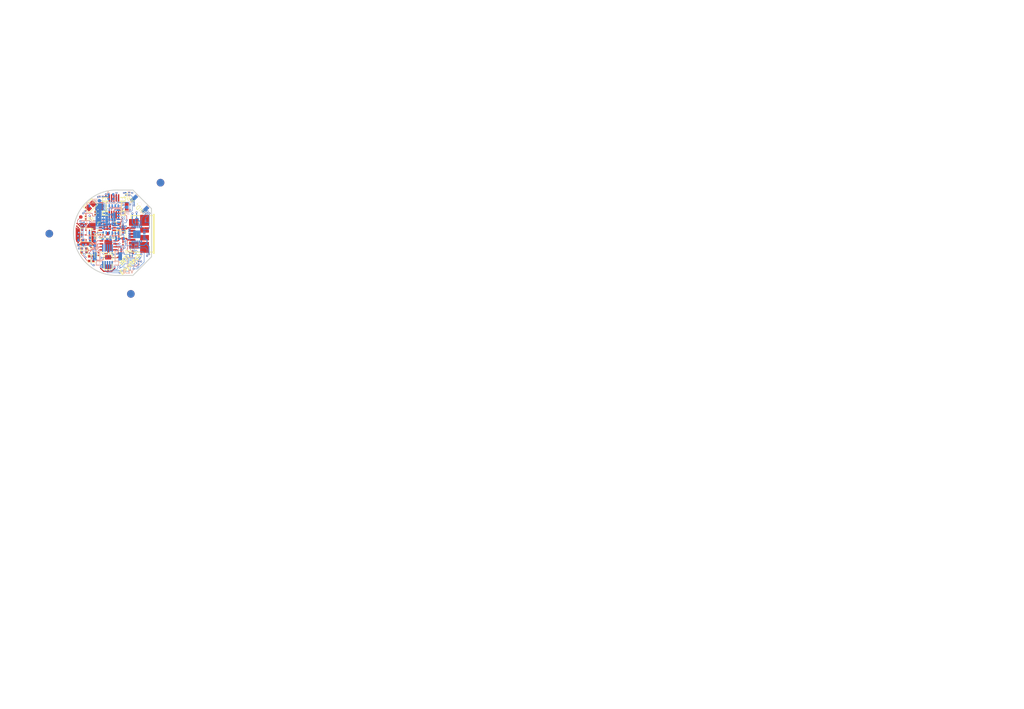
<source format=kicad_pcb>
(kicad_pcb (version 20171130) (host pcbnew "(5.1.10)-1")
  (title_block (title "Enye mini versión A") (date 2017-01-02) (rev 0.1) (company INTI/Enyetech) (comment 1 "Revisores: Alamon Diego, Brengi Diego,Scotti Noelia") (comment 2 "Licencia: BSD /Readme/LICENSE") (comment 3 "Autor: Villar Santiago"))
  (layers (0 F.Cu signal) (1 Señal_1 signal) (2 GND power) (3 Power_+3,3V power) (4 Señal_2 signal) (31 B.Cu signal) (34 B.Paste user) (35 F.Paste user) (36 B.SilkS user hide) (37 F.SilkS user) (38 B.Mask user) (39 F.Mask user hide) (44 Edge.Cuts user))
  (net 0 "")
  (net 1 GND)
  (net 2 +VBAT)
  (net 3 +3V3)
  (net 4 /~RESET_b)
  (net 5 /PTA9)
  (net 6 /RST_BT)
  (net 7 /EXT_WAKE_UP)
  (net 8 /SDA)
  (net 9 /SCL)
  (net 10 /SWD_DIO_MCU)
  (net 11 /SWD_CLK_MCU)
  (net 12 "Net-(D2-Pad3)")
  (net 13 "Net-(D2-Pad4)")
  (net 14 "Net-(D2-Pad2)")
  (net 15 "Net-(C15-Pad1)")
  (net 16 "Net-(J1-Pad10)")
  (net 17 /SWD_CLK_BT)
  (net 18 /SWD_DIO_BT)
  (net 19 /Vpp)
  (net 20 /SPIO_MISO)
  (net 21 /SPIO_MOSI)
  (net 22 /SPIO_SCK)
  (net 23 /SPI0_SS_b)
  (net 24 "Net-(R1-Pad2)")
  (net 25 "Net-(R2-Pad1)")
  (net 26 "Net-(R4-Pad2)")
  (net 27 "Net-(U2-PadB1)")
  (net 28 "Net-(U3-Pad7)")
  (net 29 "Net-(U5-Pad3)")
  (net 30 "Net-(U6-Pad2)")
  (net 31 "Net-(U6-Pad3)")
  (net 32 "Net-(U6-Pad4)")
  (net 33 "Net-(U6-Pad6)")
  (net 34 "Net-(U6-Pad7)")
  (net 35 "Net-(U6-Pad14)")
  (net 36 "Net-(U6-Pad15)")
  (net 37 "Net-(U6-Pad16)")
  (net 38 "Net-(U6-Pad17)")
  (net 39 "Net-(U6-Pad19)")
  (net 40 "Net-(U6-Pad5)")
  (net 41 "Net-(U6-Pad21)")
  (net 42 "Net-(USB1-Pad2)")
  (net 43 "Net-(USB1-Pad3)")
  (net 44 "Net-(USB1-Pad4)")
  (net 45 "Net-(U5-Pad12)")
  (net 46 "Net-(U5-Pad11)")
  (net 47 "Net-(U5-Pad37)")
  (net 48 "Net-(U5-Pad19)")
  (net 49 "Net-(U5-Pad30)")
  (net 50 "Net-(U5-Pad35)")
  (net 51 "Net-(U5-Pad36)")
  (net 52 "/Power Supply/VBUS")
  (net 53 "/Power Supply/VCC")
  (net 54 /XTAL32KP)
  (net 55 "Net-(C19-Pad2)")
  (net 56 /XTAL32KM)
  (net 57 "Net-(C21-Pad2)")
  (net 58 "/Power Supply/STAT")
  (net 59 "Net-(R15-Pad2)")
  (net 60 "Net-(R16-Pad2)")
  (net 61 /BT_UART0_RX)
  (net 62 /BT_UART0_TX)
  (net 63 "Net-(J2-Pad5)")
  (net 64 /LED_B_BT)
  (net 65 /LED_G_BT)
  (net 66 "Net-(D3-Pad1)")
  (net 67 /LED_R_BT)
  (net 68 /LED_R_MCU)
  (net 69 /LED_B_MCU)
  (net 70 /LED_G_MCU)
  (module footprints:r_0201 (layer B.Cu) (at 89.55 68.9 90)
    (fp_text reference R7 hide)
    (fp_text value 10K hide)
    (pad 1 smd rect (at -0.26 0 90) (size 0.28 0.3) (layers B.Cu B.Paste B.Mask) (net 3 +3V3))
    (pad 2 smd rect (at 0.26 0 90) (size 0.28 0.3) (layers B.Cu B.Paste B.Mask) (net 9 /SCL))
  )
  (module footprints:GS2 (layer F.Cu) (at 79.75 60.1 315)
    (fp_text reference GS2 hide)
    (fp_text value Rest_MCU hide)
    (pad 1 smd rect (at 0 -0.635 315) (size 1.27 0.9652) (layers F.Cu F.Paste F.Mask) (net 4 /~RESET_b))
    (pad 2 smd rect (at 0 0.635 315) (size 1.27 0.9652) (layers F.Cu F.Paste F.Mask) (net 1 GND))
  )
  (module footprints:SML-LX0404SIUPGUSB (layer B.Cu) (at 77.65 68 90)
    (fp_text reference D2 hide)
    (fp_text value LED_RABG hide)
    (pad 3 smd rect (at -0.5 -0.5 90) (size 0.45 0.45) (layers B.Cu B.Paste B.Mask) (net 12 "Net-(D2-Pad3)"))
    (pad 4 smd rect (at -0.5 0.5 90) (size 0.45 0.45) (layers B.Cu B.Paste B.Mask) (net 13 "Net-(D2-Pad4)"))
    (pad 1 smd rect (at 0.5 0.5 90) (size 0.45 0.45) (layers B.Cu B.Paste B.Mask) (net 3 +3V3))
    (pad 2 smd rect (at 0.5 -0.5 90) (size 0.45 0.45) (layers B.Cu B.Paste B.Mask) (net 14 "Net-(D2-Pad2)"))
  )
  (module footprints:r_0201 (layer B.Cu) (at 77.8 66.4 90)
    (fp_text reference R10 hide)
    (fp_text value 330 hide)
    (pad 1 smd rect (at -0.26 0 90) (size 0.28 0.3) (layers B.Cu B.Paste B.Mask) (net 14 "Net-(D2-Pad2)"))
    (pad 2 smd rect (at 0.26 0 90) (size 0.28 0.3) (layers B.Cu B.Paste B.Mask) (net 68 /LED_R_MCU))
  )
  (module footprints:B3U_3000PB (layer B.Cu) (at 90.352082 59.702082 135)
    (fp_text reference SW1 hide)
    (fp_text value SIDE_SW hide)
    (pad 1 smd rect (at -1.7 0 135) (size 0.8 1.7) (layers B.Cu B.Paste B.Mask) (net 1 GND))
    (pad 2 smd rect (at 1.7 0 135) (size 0.8 1.7) (layers B.Cu B.Paste B.Mask) (net 5 /PTA9))
    (pad "" np_thru_hole circle (at 0 0 135) (size 0.75 0.75) (drill 0.75) (layers *.Cu *.Mask B.SilkS))
  )
  (module footprints:c_0201 (layer F.Cu) (at 84.825 66.55 180)
    (fp_text reference C7 hide)
    (fp_text value 0.1uF hide)
    (pad 1 smd rect (at -0.26 0 180) (size 0.28 0.3) (layers F.Cu F.Paste F.Mask) (net 52 "/Power Supply/VBUS"))
    (pad 2 smd rect (at 0.26 0 180) (size 0.28 0.3) (layers F.Cu F.Paste F.Mask) (net 1 GND))
  )
  (module footprints:c_0201 (layer F.Cu) (at 84.825 66.05 180)
    (fp_text reference C1 hide)
    (fp_text value 4.7uF hide)
    (pad 1 smd rect (at -0.26 0 180) (size 0.28 0.3) (layers F.Cu F.Paste F.Mask) (net 52 "/Power Supply/VBUS"))
    (pad 2 smd rect (at 0.26 0 180) (size 0.28 0.3) (layers F.Cu F.Paste F.Mask) (net 1 GND))
  )
  (module footprints:r_0201 (layer F.Cu) (at 82.15 66.35)
    (fp_text reference R2 hide)
    (fp_text value 68K hide)
    (pad 1 smd rect (at -0.26 0) (size 0.28 0.3) (layers F.Cu F.Paste F.Mask) (net 25 "Net-(R2-Pad1)"))
    (pad 2 smd rect (at 0.26 0) (size 0.28 0.3) (layers F.Cu F.Paste F.Mask) (net 1 GND))
  )
  (module footprints:r_0201 (layer F.Cu) (at 79.85 68.8 270)
    (fp_text reference R1 hide)
    (fp_text value 49.9 hide)
    (pad 1 smd rect (at -0.26 0 270) (size 0.28 0.3) (layers F.Cu F.Paste F.Mask) (net 53 "/Power Supply/VCC"))
    (pad 2 smd rect (at 0.26 0 270) (size 0.28 0.3) (layers F.Cu F.Paste F.Mask) (net 24 "Net-(R1-Pad2)"))
  )
  (module footprints:c_0201 (layer F.Cu) (at 80.65 70.4)
    (fp_text reference C6 hide)
    (fp_text value 0.1uF hide)
    (pad 1 smd rect (at -0.26 0) (size 0.28 0.3) (layers F.Cu F.Paste F.Mask) (net 2 +VBAT))
    (pad 2 smd rect (at 0.26 0) (size 0.28 0.3) (layers F.Cu F.Paste F.Mask) (net 1 GND))
  )
  (module footprints:r_0201 (layer F.Cu) (at 80.75 61.7 270)
    (fp_text reference R8 hide)
    (fp_text value 4.7K hide)
    (pad 1 smd rect (at -0.26 0 270) (size 0.28 0.3) (layers F.Cu F.Paste F.Mask) (net 4 /~RESET_b))
    (pad 2 smd rect (at 0.26 0 270) (size 0.28 0.3) (layers F.Cu F.Paste F.Mask) (net 3 +3V3))
  )
  (module footprints:c_0201 (layer F.Cu) (at 81.35 61.7 270)
    (fp_text reference C16 hide)
    (fp_text value 0.1uF hide)
    (pad 1 smd rect (at -0.26 0 270) (size 0.28 0.3) (layers F.Cu F.Paste F.Mask) (net 4 /~RESET_b))
    (pad 2 smd rect (at 0.26 0 270) (size 0.28 0.3) (layers F.Cu F.Paste F.Mask) (net 1 GND))
  )
  (module footprints:r_0201 (layer F.Cu) (at 78.7 62.65 90)
    (fp_text reference R3 hide)
    (fp_text value DNP hide)
    (pad 1 smd rect (at -0.26 0 90) (size 0.28 0.3) (layers F.Cu F.Paste F.Mask) (net 58 "/Power Supply/STAT"))
    (pad 2 smd rect (at 0.26 0 90) (size 0.28 0.3) (layers F.Cu F.Paste F.Mask) (net 3 +3V3))
  )
  (module footprints:r_0201 (layer B.Cu) (at 88.05 57.5 90)
    (fp_text reference R9 hide)
    (fp_text value 10K hide)
    (pad 1 smd rect (at -0.26 0 90) (size 0.28 0.3) (layers B.Cu B.Paste B.Mask) (net 5 /PTA9))
    (pad 2 smd rect (at 0.26 0 90) (size 0.28 0.3) (layers B.Cu B.Paste B.Mask) (net 3 +3V3))
  )
  (module footprints:c_0201 (layer B.Cu) (at 87.35 57.5 90)
    (fp_text reference C17 hide)
    (fp_text value 0.1uF hide)
    (pad 1 smd rect (at -0.26 0 90) (size 0.28 0.3) (layers B.Cu B.Paste B.Mask) (net 5 /PTA9))
    (pad 2 smd rect (at 0.26 0 90) (size 0.28 0.3) (layers B.Cu B.Paste B.Mask) (net 1 GND))
  )
  (module footprints:c_0201 (layer B.Cu) (at 87.15 65.2 270)
    (fp_text reference C10 hide)
    (fp_text value 1uF hide)
    (pad 1 smd rect (at -0.26 0 270) (size 0.28 0.3) (layers B.Cu B.Paste B.Mask) (net 3 +3V3))
    (pad 2 smd rect (at 0.26 0 270) (size 0.28 0.3) (layers B.Cu B.Paste B.Mask) (net 1 GND))
  )
  (module footprints:c_0201 (layer B.Cu) (at 86.65 65.2 270)
    (fp_text reference C13 hide)
    (fp_text value 2.2uF hide)
    (pad 1 smd rect (at -0.26 0 270) (size 0.28 0.3) (layers B.Cu B.Paste B.Mask) (net 3 +3V3))
    (pad 2 smd rect (at 0.26 0 270) (size 0.28 0.3) (layers B.Cu B.Paste B.Mask) (net 1 GND))
  )
  (module footprints:c_0201 (layer B.Cu) (at 88.49 70.3 180)
    (fp_text reference C9 hide)
    (fp_text value 0.1uF hide)
    (pad 1 smd rect (at -0.26 0 180) (size 0.28 0.3) (layers B.Cu B.Paste B.Mask) (net 3 +3V3))
    (pad 2 smd rect (at 0.26 0 180) (size 0.28 0.3) (layers B.Cu B.Paste B.Mask) (net 1 GND))
  )
  (module footprints:c_0201 (layer B.Cu) (at 88.49 70.9 180)
    (fp_text reference C8 hide)
    (fp_text value 1uF hide)
    (pad 1 smd rect (at -0.26 0 180) (size 0.28 0.3) (layers B.Cu B.Paste B.Mask) (net 3 +3V3))
    (pad 2 smd rect (at 0.26 0 180) (size 0.28 0.3) (layers B.Cu B.Paste B.Mask) (net 1 GND))
  )
  (module footprints:r_0201 (layer B.Cu) (at 90.1 72.4 270)
    (fp_text reference R5 hide)
    (fp_text value 4.7K hide)
    (pad 1 smd rect (at -0.26 0 270) (size 0.28 0.3) (layers B.Cu B.Paste B.Mask) (net 3 +3V3))
    (pad 2 smd rect (at 0.26 0 270) (size 0.28 0.3) (layers B.Cu B.Paste B.Mask) (net 7 /EXT_WAKE_UP))
  )
  (module footprints:r_0201 (layer B.Cu) (at 78.75 69.5 270)
    (fp_text reference R13 hide)
    (fp_text value 220 hide)
    (pad 1 smd rect (at -0.26 0 270) (size 0.28 0.3) (layers B.Cu B.Paste B.Mask) (net 13 "Net-(D2-Pad4)"))
    (pad 2 smd rect (at 0.26 0 270) (size 0.28 0.3) (layers B.Cu B.Paste B.Mask) (net 70 /LED_G_MCU))
  )
  (module footprints:c_0201 (layer F.Cu) (at 86.15 64.3 270)
    (fp_text reference C2 hide)
    (fp_text value 4.7uF hide)
    (pad 1 smd rect (at -0.26 0 270) (size 0.28 0.3) (layers F.Cu F.Paste F.Mask) (net 2 +VBAT))
    (pad 2 smd rect (at 0.26 0 270) (size 0.28 0.3) (layers F.Cu F.Paste F.Mask) (net 1 GND))
  )
  (module footprints:c_0201 (layer F.Cu) (at 86.75 68.2 270)
    (fp_text reference C5 hide)
    (fp_text value 0.1uF hide)
    (pad 1 smd rect (at -0.26 0 270) (size 0.28 0.3) (layers F.Cu F.Paste F.Mask) (net 52 "/Power Supply/VBUS"))
    (pad 2 smd rect (at 0.26 0 270) (size 0.28 0.3) (layers F.Cu F.Paste F.Mask) (net 1 GND))
  )
  (module footprints:TPS2115A (layer F.Cu) (at 83.58 68.63 270)
    (fp_text reference U1 hide)
    (fp_text value TPS2115a hide)
    (pad 1 smd rect (at -0.97 1.47 270) (size 0.3 0.8) (layers F.Cu F.Paste F.Mask) (net 24 "Net-(R1-Pad2)"))
    (pad 2 smd rect (at -0.32 1.47 270) (size 0.3 0.8) (layers F.Cu F.Paste F.Mask) (net 59 "Net-(R15-Pad2)"))
    (pad 3 smd rect (at 0.32 1.47 270) (size 0.3 0.8) (layers F.Cu F.Paste F.Mask) (net 60 "Net-(R16-Pad2)"))
    (pad 4 smd rect (at 0.97 1.47 270) (size 0.3 0.8) (layers F.Cu F.Paste F.Mask) (net 26 "Net-(R4-Pad2)"))
    (pad 6 smd rect (at 0.32 -1.47 270) (size 0.3 0.8) (layers F.Cu F.Paste F.Mask) (net 2 +VBAT))
    (pad 7 smd rect (at -0.32 -1.47) (size 0.8 0.3) (layers F.Cu F.Paste F.Mask) (net 53 "/Power Supply/VCC"))
    (pad 8 smd rect (at -0.97 -1.47) (size 0.8 0.3) (layers F.Cu F.Paste F.Mask) (net 52 "/Power Supply/VBUS"))
    (pad 9 smd rect (at 0 0 270) (size 2.4 1.65) (layers F.Cu F.Paste F.Mask) (net 1 GND))
    (pad 5 smd rect (at 0.97 -1.47 270) (size 0.3 0.8) (layers F.Cu F.Paste F.Mask) (net 1 GND))
  )
  (module footprints:MKL03Z32CAF4R (layer B.Cu) (at 88.5 72.2 90)
    (fp_text reference U4 hide)
    (fp_text value MKL03Z32CAF4R hide)
    (pad D5 smd circle (at 0.8 -0.6 90) (size 0.26 0.26) (layers B.Cu B.Paste B.Mask) (net 68 /LED_R_MCU))
    (pad D3 smd circle (at 0 -0.6 90) (size 0.26 0.26) (layers B.Cu B.Paste B.Mask) (net 23 /SPI0_SS_b))
    (pad B3 smd circle (at 0 0.2 90) (size 0.26 0.26) (layers B.Cu B.Paste B.Mask) (net 70 /LED_G_MCU))
    (pad C5 smd circle (at 0.8 -0.2 90) (size 0.26 0.26) (layers B.Cu B.Paste B.Mask) (net 1 GND))
    (pad D2 smd circle (at -0.4 -0.6 90) (size 0.26 0.26) (layers B.Cu B.Paste B.Mask) (net 21 /SPIO_MOSI))
    (pad C2 smd circle (at -0.4 -0.2 90) (size 0.26 0.26) (layers B.Cu B.Paste B.Mask) (net 5 /PTA9))
    (pad A2 smd circle (at -0.4 0.6 90) (size 0.26 0.26) (layers B.Cu B.Paste B.Mask) (net 7 /EXT_WAKE_UP))
    (pad C4 smd circle (at 0.4 -0.2 90) (size 0.26 0.26) (layers B.Cu B.Paste B.Mask) (net 61 /BT_UART0_RX))
    (pad B1 smd circle (at -0.8 0.2 90) (size 0.26 0.26) (layers B.Cu B.Paste B.Mask) (net 6 /RST_BT))
    (pad D4 smd circle (at 0.4 -0.6 90) (size 0.26 0.26) (layers B.Cu B.Paste B.Mask) (net 20 /SPIO_MISO))
    (pad B5 smd circle (at 0.8 0.2 90) (size 0.26 0.26) (layers B.Cu B.Paste B.Mask) (net 3 +3V3))
    (pad C1 smd circle (at -0.8 -0.2 90) (size 0.26 0.26) (layers B.Cu B.Paste B.Mask) (net 22 /SPIO_SCK))
    (pad C3 smd circle (at 0 -0.2 90) (size 0.26 0.26) (layers B.Cu B.Paste B.Mask) (net 62 /BT_UART0_TX))
    (pad D1 smd circle (at -0.8 -0.6 90) (size 0.26 0.26) (layers B.Cu B.Paste B.Mask) (net 58 "/Power Supply/STAT"))
    (pad B2 smd circle (at -0.4 0.2 90) (size 0.26 0.26) (layers B.Cu B.Paste B.Mask) (net 8 /SDA))
    (pad B4 smd circle (at 0.4 0.2 90) (size 0.26 0.26) (layers B.Cu B.Paste B.Mask) (net 4 /~RESET_b))
    (pad A5 smd circle (at 0.8 0.6 90) (size 0.26 0.26) (layers B.Cu B.Paste B.Mask) (net 10 /SWD_DIO_MCU))
    (pad A1 smd circle (at -0.8 0.6 90) (size 0.26 0.26) (layers B.Cu B.Paste B.Mask) (net 9 /SCL))
    (pad A3 smd circle (at 0 0.6 90) (size 0.26 0.26) (layers B.Cu B.Paste B.Mask) (net 69 /LED_B_MCU))
    (pad A4 smd circle (at 0.4 0.6 90) (size 0.26 0.26) (layers B.Cu B.Paste B.Mask) (net 11 /SWD_CLK_MCU))
  )
  (module footprints:ABS05-32.768KHZ-9-T (layer B.Cu) (at 84.65 67.2 180)
    (fp_text reference Y1 hide)
    (fp_text value "32,768 kHz" hide)
    (pad 1 smd rect (at -0.6 0 180) (size 0.5 1) (layers B.Cu B.Paste B.Mask) (net 54 /XTAL32KP))
    (pad 2 smd rect (at 0.6 0 180) (size 0.5 1) (layers B.Cu B.Paste B.Mask) (net 56 /XTAL32KM))
  )
  (module footprints:r_0402 (layer F.Cu) (at 78.35 69.3)
    (fp_text reference R15 hide)
    (fp_text value "0 ohm" hide)
    (pad 1 smd rect (at -0.5 0) (size 0.5 0.5) (layers F.Cu F.Paste F.Mask) (net 2 +VBAT))
    (pad 2 smd rect (at 0.5 0) (size 0.5 0.5) (layers F.Cu F.Paste F.Mask) (net 59 "Net-(R15-Pad2)"))
  )
  (module footprints:r_0402 (layer F.Cu) (at 78.35 70.1 180)
    (fp_text reference R17 hide)
    (fp_text value DNP hide)
    (pad 1 smd rect (at -0.5 0 180) (size 0.5 0.5) (layers F.Cu F.Paste F.Mask) (net 59 "Net-(R15-Pad2)"))
    (pad 2 smd rect (at 0.5 0 180) (size 0.5 0.5) (layers F.Cu F.Paste F.Mask) (net 1 GND))
  )
  (module footprints:r_0402 (layer F.Cu) (at 79.45 71.5 270)
    (fp_text reference R18 hide)
    (fp_text value "0 ohm" hide)
    (pad 1 smd rect (at -0.5 0 270) (size 0.5 0.5) (layers F.Cu F.Paste F.Mask) (net 60 "Net-(R16-Pad2)"))
    (pad 2 smd rect (at 0.5 0 270) (size 0.5 0.5) (layers F.Cu F.Paste F.Mask) (net 1 GND))
  )
  (module footprints:r_0402 (layer F.Cu) (at 80.35 71.5 270)
    (fp_text reference R16 hide)
    (fp_text value DNP hide)
    (pad 1 smd rect (at -0.5 0 270) (size 0.5 0.5) (layers F.Cu F.Paste F.Mask) (net 2 +VBAT))
    (pad 2 smd rect (at 0.5 0 270) (size 0.5 0.5) (layers F.Cu F.Paste F.Mask) (net 60 "Net-(R16-Pad2)"))
  )
  (module footprints:c_0402 (layer B.Cu) (at 86.45 67.2)
    (fp_text reference C18 hide)
    (fp_text value 22pF hide)
    (pad 1 smd rect (at -0.5 0) (size 0.5 0.5) (layers B.Cu B.Paste B.Mask) (net 54 /XTAL32KP))
    (pad 2 smd rect (at 0.5 0) (size 0.5 0.5) (layers B.Cu B.Paste B.Mask) (net 1 GND))
  )
  (module footprints:c_0402 (layer B.Cu) (at 82.85 67.2 180)
    (fp_text reference C20 hide)
    (fp_text value 22pF hide)
    (pad 1 smd rect (at -0.5 0 180) (size 0.5 0.5) (layers B.Cu B.Paste B.Mask) (net 56 /XTAL32KM))
    (pad 2 smd rect (at 0.5 0 180) (size 0.5 0.5) (layers B.Cu B.Paste B.Mask) (net 1 GND))
  )
  (module footprints:r_0402 (layer B.Cu) (at 80.15 67)
    (fp_text reference R14 hide)
    (fp_text value "0 ohm" hide)
    (pad 1 smd rect (at -0.5 0) (size 0.5 0.5) (layers B.Cu B.Paste B.Mask) (net 55 "Net-(C19-Pad2)"))
    (pad 2 smd rect (at 0.5 0) (size 0.5 0.5) (layers B.Cu B.Paste B.Mask) (net 57 "Net-(C21-Pad2)"))
  )
  (module footprints:c_0402 (layer B.Cu) (at 79.65 68.2 90)
    (fp_text reference C19 hide)
    (fp_text value DNP hide)
    (pad 1 smd rect (at -0.5 0 90) (size 0.5 0.5) (layers B.Cu B.Paste B.Mask) (net 1 GND))
    (pad 2 smd rect (at 0.5 0 90) (size 0.5 0.5) (layers B.Cu B.Paste B.Mask) (net 55 "Net-(C19-Pad2)"))
  )
  (module footprints:c_0402 (layer B.Cu) (at 80.65 68.2 90)
    (fp_text reference C21 hide)
    (fp_text value DNP hide)
    (pad 1 smd rect (at -0.5 0 90) (size 0.5 0.5) (layers B.Cu B.Paste B.Mask) (net 1 GND))
    (pad 2 smd rect (at 0.5 0 90) (size 0.5 0.5) (layers B.Cu B.Paste B.Mask) (net 57 "Net-(C21-Pad2)"))
  )
  (module footprints:c_0201 (layer B.Cu) (at 91.6 63.39 90)
    (fp_text reference C14 hide)
    (fp_text value 10nF hide)
    (pad 1 smd rect (at -0.26 0 90) (size 0.28 0.3) (layers B.Cu B.Paste B.Mask) (net 3 +3V3))
    (pad 2 smd rect (at 0.26 0 90) (size 0.28 0.3) (layers B.Cu B.Paste B.Mask) (net 1 GND))
  )
  (module footprints:c_0201 (layer B.Cu) (at 89.45 63.6 90)
    (fp_text reference C12 hide)
    (fp_text value 0.1uF hide)
    (pad 1 smd rect (at -0.26 0 90) (size 0.28 0.3) (layers B.Cu B.Paste B.Mask) (net 3 +3V3))
    (pad 2 smd rect (at 0.26 0 90) (size 0.28 0.3) (layers B.Cu B.Paste B.Mask) (net 1 GND))
  )
  (module footprints:SOD-323 (layer F.Cu) (at 86.75 66.1 90)
    (fp_text reference D1 hide)
    (fp_text value ESD5V0D3-TP hide)
    (pad 1 smd rect (at -1.05 0 90) (size 0.58 0.68) (layers F.Cu F.Paste F.Mask) (net 52 "/Power Supply/VBUS"))
    (pad 2 smd rect (at 1.05 0 90) (size 0.58 0.68) (layers F.Cu F.Paste F.Mask) (net 1 GND))
  )
  (module footprints:conn_usb_B_micro_smd (layer F.Cu) (at 91.4 66.14 90)
    (fp_text reference USB1 hide)
    (fp_text value USB-MICRO hide)
    (pad "" smd rect (at -0.84 0 90) (size 1.17 1.9) (layers F.Cu F.Paste F.Mask))
    (pad "" smd rect (at 0.84 0 90) (size 1.17 1.9) (layers F.Cu F.Paste F.Mask))
    (pad "" smd rect (at 2.91 0 90) (size 2.37 1.9) (layers F.Cu F.Paste F.Mask))
    (pad "" smd rect (at -2.91 0 90) (size 2.37 1.9) (layers F.Cu F.Paste F.Mask))
    (pad "" smd rect (at 2.46 -2.3 90) (size 1.47 2.1) (layers F.Cu F.Paste F.Mask))
    (pad "" smd rect (at -2.46 -2.3 90) (size 1.47 2.1) (layers F.Cu F.Paste F.Mask))
    (pad 1 smd rect (at -1.3 -2.66 90) (size 0.45 1.38) (layers F.Cu F.Paste F.Mask) (net 52 "/Power Supply/VBUS"))
    (pad 2 smd rect (at -0.65 -2.66 90) (size 0.45 1.38) (layers F.Cu F.Paste F.Mask) (net 42 "Net-(USB1-Pad2)"))
    (pad 3 smd rect (at 0 -2.66 90) (size 0.45 1.38) (layers F.Cu F.Paste F.Mask) (net 43 "Net-(USB1-Pad3)"))
    (pad 4 smd rect (at 0.65 -2.66 90) (size 0.45 1.38) (layers F.Cu F.Paste F.Mask) (net 44 "Net-(USB1-Pad4)"))
    (pad 5 smd rect (at 1.3 -2.66 90) (size 0.45 1.38) (layers F.Cu F.Paste F.Mask) (net 1 GND))
  )
  (module footprints:c_0201 (layer F.Cu) (at 77.25 64.6 225)
    (fp_text reference C4 hide)
    (fp_text value 0.1uF hide)
    (pad 1 smd rect (at -0.26 0 225) (size 0.28 0.3) (layers F.Cu F.Paste F.Mask) (net 3 +3V3))
    (pad 2 smd rect (at 0.26 0 225) (size 0.28 0.3) (layers F.Cu F.Paste F.Mask) (net 1 GND))
  )
  (module footprints:r_0201 (layer B.Cu) (at 88.35 68.9 90)
    (fp_text reference R6 hide)
    (fp_text value 10K hide)
    (pad 1 smd rect (at -0.26 0 90) (size 0.28 0.3) (layers B.Cu B.Paste B.Mask) (net 3 +3V3))
    (pad 2 smd rect (at 0.26 0 90) (size 0.28 0.3) (layers B.Cu B.Paste B.Mask) (net 8 /SDA))
  )
  (module footprints:c_0201 (layer B.Cu) (at 90.05 63.6 90)
    (fp_text reference C15 hide)
    (fp_text value 0.1uF hide)
    (pad 1 smd rect (at -0.26 0 90) (size 0.28 0.3) (layers B.Cu B.Paste B.Mask) (net 15 "Net-(C15-Pad1)"))
    (pad 2 smd rect (at 0.26 0 90) (size 0.28 0.3) (layers B.Cu B.Paste B.Mask) (net 1 GND))
  )
  (module footprints:c_0201 (layer B.Cu) (at 90.35 68.9 90)
    (fp_text reference C11 hide)
    (fp_text value 0.1uF hide)
    (pad 1 smd rect (at -0.26 0 90) (size 0.28 0.3) (layers B.Cu B.Paste B.Mask) (net 3 +3V3))
    (pad 2 smd rect (at 0.26 0 90) (size 0.28 0.3) (layers B.Cu B.Paste B.Mask) (net 1 GND))
  )
  (module footprints:r_0201 (layer F.Cu) (at 81.45 70.5 90)
    (fp_text reference R4 hide)
    (fp_text value 1.5K hide)
    (pad 1 smd rect (at -0.26 0 90) (size 0.28 0.3) (layers F.Cu F.Paste F.Mask) (net 1 GND))
    (pad 2 smd rect (at 0.26 0 90) (size 0.28 0.3) (layers F.Cu F.Paste F.Mask) (net 26 "Net-(R4-Pad2)"))
  )
  (module footprints:c_0201 (layer F.Cu) (at 76.95 64.3 225)
    (fp_text reference C22 hide)
    (fp_text value 4.7uF hide)
    (pad 1 smd rect (at -0.26 0 225) (size 0.28 0.3) (layers F.Cu F.Paste F.Mask) (net 3 +3V3))
    (pad 2 smd rect (at 0.26 0 225) (size 0.28 0.3) (layers F.Cu F.Paste F.Mask) (net 1 GND))
  )
  (module footprints:r_0201 (layer B.Cu) (at 77.95 69.6 270)
    (fp_text reference R12 hide)
    (fp_text value 220 hide)
    (pad 1 smd rect (at -0.26 0 270) (size 0.28 0.3) (layers B.Cu B.Paste B.Mask) (net 12 "Net-(D2-Pad3)"))
    (pad 2 smd rect (at 0.26 0 270) (size 0.28 0.3) (layers B.Cu B.Paste B.Mask) (net 69 /LED_B_MCU))
  )
  (module "footprints:df12(3.0)-10dp-0.5v" (layer F.Cu) (at 84.79784 60.20422)
    (fp_text reference J1 hide)
    (fp_text value DF12D-3.0-10DP-0.5V-81 hide)
    (pad "" np_thru_hole circle (at 2.05 -1.5) (size 0.6 0.6) (drill 0.5969) (layers *.Cu *.Mask F.SilkS))
    (pad "" np_thru_hole circle (at -2.05 -1.5) (size 0.6 0.6) (drill 0.5969) (layers *.Cu *.Mask F.SilkS))
    (pad 10 smd rect (at 1 -1.8) (size 0.3 1.6) (layers F.Cu F.Paste F.Mask) (net 16 "Net-(J1-Pad10)") (clearance 0.19558))
    (pad 9 smd rect (at 0.5 -1.8) (size 0.3 1.6) (layers F.Cu F.Paste F.Mask) (net 4 /~RESET_b) (clearance 0.19558))
    (pad 8 smd rect (at 0 -1.8) (size 0.3 1.6) (layers F.Cu F.Paste F.Mask) (net 10 /SWD_DIO_MCU) (clearance 0.19558))
    (pad 7 smd rect (at -0.5 -1.8) (size 0.3 1.6) (layers F.Cu F.Paste F.Mask) (net 11 /SWD_CLK_MCU) (clearance 0.19558))
    (pad 6 smd rect (at -1 -1.8) (size 0.3 1.6) (layers F.Cu F.Paste F.Mask) (net 1 GND) (clearance 0.19558))
    (pad 5 smd rect (at -1 1.8) (size 0.3 1.6) (layers F.Cu F.Paste F.Mask) (net 6 /RST_BT) (clearance 0.19558))
    (pad 4 smd rect (at -0.5 1.8) (size 0.3 1.6) (layers F.Cu F.Paste F.Mask) (net 17 /SWD_CLK_BT) (clearance 0.19558))
    (pad 3 smd rect (at 0 1.8) (size 0.3 1.6) (layers F.Cu F.Paste F.Mask) (net 18 /SWD_DIO_BT) (clearance 0.19558))
    (pad 2 smd rect (at 0.5 1.8) (size 0.3 1.6) (layers F.Cu F.Paste F.Mask) (net 19 /Vpp) (clearance 0.19558))
    (pad 1 smd rect (at 1 1.8) (size 0.3 1.6) (layers F.Cu F.Paste F.Mask) (net 3 +3V3) (clearance 0.19558))
    (pad "" smd rect (at -2.75 0) (size 0.8 1.8) (layers F.Cu F.Paste F.Mask))
    (pad "" smd rect (at 2.75 0) (size 0.8 1.8) (layers F.Cu F.Paste F.Mask))
  )
  (module "footprints:df12(3.0)-10dp-0.5v" (layer B.Cu) (at 83.4 71)
    (fp_text reference J2 hide)
    (fp_text value DF12D-3.0-10DP-0.5V-81 hide)
    (pad "" np_thru_hole circle (at 2.05 1.5) (size 0.6 0.6) (drill 0.5969) (layers *.Cu *.Mask B.SilkS))
    (pad "" np_thru_hole circle (at -2.05 1.5) (size 0.6 0.6) (drill 0.5969) (layers *.Cu *.Mask B.SilkS))
    (pad 10 smd rect (at 1 1.8) (size 0.3 1.6) (layers B.Cu B.Paste B.Mask) (net 20 /SPIO_MISO) (clearance 0.19558))
    (pad 9 smd rect (at 0.5 1.8) (size 0.3 1.6) (layers B.Cu B.Paste B.Mask) (net 21 /SPIO_MOSI) (clearance 0.19558))
    (pad 8 smd rect (at 0 1.8) (size 0.3 1.6) (layers B.Cu B.Paste B.Mask) (net 22 /SPIO_SCK) (clearance 0.19558))
    (pad 7 smd rect (at -0.5 1.8) (size 0.3 1.6) (layers B.Cu B.Paste B.Mask) (net 23 /SPI0_SS_b) (clearance 0.19558))
    (pad 6 smd rect (at -1 1.8) (size 0.3 1.6) (layers B.Cu B.Paste B.Mask) (net 1 GND) (clearance 0.19558))
    (pad 5 smd rect (at -1 -1.8) (size 0.3 1.6) (layers B.Cu B.Paste B.Mask) (net 63 "Net-(J2-Pad5)") (clearance 0.19558))
    (pad 4 smd rect (at -0.5 -1.8) (size 0.3 1.6) (layers B.Cu B.Paste B.Mask) (net 8 /SDA) (clearance 0.19558))
    (pad 3 smd rect (at 0 -1.8) (size 0.3 1.6) (layers B.Cu B.Paste B.Mask) (net 9 /SCL) (clearance 0.19558))
    (pad 2 smd rect (at 0.5 -1.8) (size 0.3 1.6) (layers B.Cu B.Paste B.Mask) (net 4 /~RESET_b) (clearance 0.19558))
    (pad 1 smd rect (at 1 -1.8) (size 0.3 1.6) (layers B.Cu B.Paste B.Mask) (net 3 +3V3) (clearance 0.19558))
    (pad "" smd rect (at -2.75 0) (size 0.8 1.8) (layers B.Cu B.Paste B.Mask))
    (pad "" smd rect (at 2.75 0) (size 0.8 1.8) (layers B.Cu B.Paste B.Mask))
  )
  (module footprints:c_0201 (layer F.Cu) (at 77.25 68.2 135)
    (fp_text reference C3 hide)
    (fp_text value 4.7uF hide)
    (pad 1 smd rect (at -0.26 0 135) (size 0.28 0.3) (layers F.Cu F.Paste F.Mask) (net 53 "/Power Supply/VCC"))
    (pad 2 smd rect (at 0.26 0 135) (size 0.28 0.3) (layers F.Cu F.Paste F.Mask) (net 1 GND))
  )
  (module footprints:LBCA2A2HNZYZ-711 (layer B.Cu) (at 84.13 63 270)
    (fp_text reference U5 hide)
    (fp_text value LBCA2HNZYZ-711 hide)
    (pad 16 smd rect (at 0.65 1.6 270) (size 0.35 0.65) (layers B.Cu B.Paste B.Mask) (net 1 GND))
    (pad 17 smd rect (at 0 1.6 270) (size 0.35 0.65) (layers B.Cu B.Paste B.Mask) (net 1 GND))
    (pad 18 smd rect (at -0.65 1.6 270) (size 0.35 0.65) (layers B.Cu B.Paste B.Mask) (net 1 GND))
    (pad 19 smd rect (at -1.3 1.6 270) (size 0.35 0.65) (layers B.Cu B.Paste B.Mask) (net 48 "Net-(U5-Pad19)"))
    (pad 20 smd rect (at -1.95 1.6 270) (size 0.35 0.65) (layers B.Cu B.Paste B.Mask) (net 1 GND))
    (pad 21 smd rect (at -2.9 1.63 270) (size 0.65 0.35) (layers B.Cu B.Paste B.Mask) (net 1 GND))
    (pad 22 smd rect (at -2.9 0.98 270) (size 0.65 0.35) (layers B.Cu B.Paste B.Mask) (net 67 /LED_R_BT))
    (pad 23 smd rect (at -2.9 0.33 270) (size 0.65 0.35) (layers B.Cu B.Paste B.Mask) (net 64 /LED_B_BT))
    (pad 24 smd rect (at -2.9 -0.32 270) (size 0.65 0.35) (layers B.Cu B.Paste B.Mask) (net 62 /BT_UART0_TX))
    (pad 7 smd rect (at 1.95 -1.6 270) (size 0.35 0.65) (layers B.Cu B.Paste B.Mask) (net 3 +3V3))
    (pad 6 smd rect (at 1.3 -1.6 270) (size 0.35 0.65) (layers B.Cu B.Paste B.Mask) (net 1 GND))
    (pad 5 smd rect (at 0.65 -1.6 270) (size 0.35 0.65) (layers B.Cu B.Paste B.Mask) (net 18 /SWD_DIO_BT))
    (pad 4 smd rect (at 0 -1.6 270) (size 0.35 0.65) (layers B.Cu B.Paste B.Mask) (net 17 /SWD_CLK_BT))
    (pad 3 smd rect (at -0.65 -1.6 270) (size 0.35 0.65) (layers B.Cu B.Paste B.Mask) (net 29 "Net-(U5-Pad3)"))
    (pad 2 smd rect (at -1.3 -1.6 270) (size 0.35 0.65) (layers B.Cu B.Paste B.Mask) (net 65 /LED_G_BT))
    (pad 1 smd rect (at -1.95 -1.6 270) (size 0.35 0.65) (layers B.Cu B.Paste B.Mask) (net 61 /BT_UART0_RX))
    (pad 26 smd rect (at -2.9 -1.62 270) (size 0.65 0.35) (layers B.Cu B.Paste B.Mask) (net 1 GND))
    (pad 25 smd rect (at -2.9 -0.97 270) (size 0.65 0.35) (layers B.Cu B.Paste B.Mask) (net 6 /RST_BT))
    (pad 36 smd rect (at 2.9 4.63 270) (size 0.65 0.35) (layers B.Cu B.Paste B.Mask) (net 51 "Net-(U5-Pad36)"))
    (pad 29 smd rect (at 1 -0.32 270) (size 0.65 0.35) (layers B.Cu B.Paste B.Mask) (net 1 GND))
    (pad 8 smd rect (at 2.9 -1.62 270) (size 0.65 0.35) (layers B.Cu B.Paste B.Mask) (net 1 GND))
    (pad 9 smd rect (at 2.9 -0.97 270) (size 0.65 0.35) (layers B.Cu B.Paste B.Mask) (net 54 /XTAL32KP))
    (pad 10 smd rect (at 2.9 -0.32 270) (size 0.65 0.35) (layers B.Cu B.Paste B.Mask) (net 56 /XTAL32KM))
    (pad 11 smd rect (at 2.9 0.33 270) (size 0.65 0.35) (layers B.Cu B.Paste B.Mask) (net 46 "Net-(U5-Pad11)"))
    (pad 12 smd rect (at 2.9 0.98 270) (size 0.65 0.35) (layers B.Cu B.Paste B.Mask) (net 45 "Net-(U5-Pad12)"))
    (pad 13 smd rect (at 2.9 1.63 270) (size 0.65 0.35) (layers B.Cu B.Paste B.Mask) (net 57 "Net-(C21-Pad2)"))
    (pad 14 smd rect (at 1.95 1.6 270) (size 0.35 0.65) (layers B.Cu B.Paste B.Mask) (net 55 "Net-(C19-Pad2)"))
    (pad 15 smd rect (at 1.3 1.6 270) (size 0.35 0.65) (layers B.Cu B.Paste B.Mask) (net 1 GND))
    (pad 28 smd rect (at 0 -0.32 270) (size 0.65 0.35) (layers B.Cu B.Paste B.Mask) (net 1 GND))
    (pad 27 smd rect (at -1 -0.32 270) (size 0.65 0.35) (layers B.Cu B.Paste B.Mask) (net 1 GND))
    (pad 30 smd rect (at 1.95 -0.32 270) (size 0.35 0.35) (layers B.Cu B.Paste B.Mask) (net 49 "Net-(U5-Pad30)"))
    (pad 35 smd rect (at -1.95 0.33 270) (size 0.35 0.35) (layers B.Cu B.Paste B.Mask) (net 50 "Net-(U5-Pad35)"))
    (pad 34 smd rect (at -1 0.33 270) (size 0.65 0.35) (layers B.Cu B.Paste B.Mask) (net 1 GND))
    (pad 33 smd rect (at 0 0.33 270) (size 0.65 0.35) (layers B.Cu B.Paste B.Mask) (net 1 GND))
    (pad 32 smd rect (at 1 0.33 270) (size 0.65 0.35) (layers B.Cu B.Paste B.Mask) (net 1 GND))
    (pad 31 smd rect (at 1.95 0.33 270) (size 0.35 0.35) (layers B.Cu B.Paste B.Mask) (net 19 /Vpp))
    (pad 37 smd rect (at -2.9 4.63 270) (size 0.65 0.35) (layers B.Cu B.Paste B.Mask) (net 47 "Net-(U5-Pad37)"))
  )
  (module footprints:MPU-9250 (layer B.Cu) (at 89.75 66.24 90)
    (fp_text reference U6 hide)
    (fp_text value MPU-9250 hide)
    (pad 1 smd rect (at -1 -1.6 90) (size 0.25 0.55) (layers B.Cu B.Paste B.Mask) (net 3 +3V3))
    (pad 2 smd rect (at -0.6 -1.6 90) (size 0.25 0.55) (layers B.Cu B.Paste B.Mask) (net 30 "Net-(U6-Pad2)"))
    (pad 3 smd rect (at -0.2 -1.6 90) (size 0.25 0.55) (layers B.Cu B.Paste B.Mask) (net 31 "Net-(U6-Pad3)"))
    (pad 4 smd rect (at 0.2 -1.6 90) (size 0.25 0.55) (layers B.Cu B.Paste B.Mask) (net 32 "Net-(U6-Pad4)"))
    (pad 6 smd rect (at 1 -1.6 90) (size 0.25 0.55) (layers B.Cu B.Paste B.Mask) (net 33 "Net-(U6-Pad6)"))
    (pad 7 smd rect (at 1.6 -1 90) (size 0.55 0.25) (layers B.Cu B.Paste B.Mask) (net 34 "Net-(U6-Pad7)"))
    (pad 8 smd rect (at 1.6 -0.6 90) (size 0.55 0.25) (layers B.Cu B.Paste B.Mask) (net 3 +3V3))
    (pad 9 smd rect (at 1.6 -0.2 90) (size 0.55 0.25) (layers B.Cu B.Paste B.Mask) (net 3 +3V3))
    (pad 10 smd rect (at 1.6 0.2 90) (size 0.55 0.25) (layers B.Cu B.Paste B.Mask) (net 15 "Net-(C15-Pad1)"))
    (pad 25 smd rect (at 0.4 -0.4 90) (size 0.85 0.8) (layers B.Cu B.Paste B.Mask))
    (pad 25 smd rect (at -0.4 -0.4 90) (size 0.85 0.8) (layers B.Cu B.Paste B.Mask))
    (pad 25 smd rect (at -0.4 0.4 90) (size 0.85 0.8) (layers B.Cu B.Paste B.Mask))
    (pad 25 smd rect (at 0.4 0.4 90) (size 0.85 0.8) (layers B.Cu B.Paste B.Mask))
    (pad 11 smd rect (at 1.6 0.6 90) (size 0.55 0.25) (layers B.Cu B.Paste B.Mask) (net 1 GND))
    (pad 12 smd rect (at 1.6 1 90) (size 0.55 0.25) (layers B.Cu B.Paste B.Mask) (net 7 /EXT_WAKE_UP))
    (pad 13 smd rect (at 1 1.6 90) (size 0.25 0.55) (layers B.Cu B.Paste B.Mask) (net 3 +3V3))
    (pad 14 smd rect (at 0.6 1.6 90) (size 0.25 0.55) (layers B.Cu B.Paste B.Mask) (net 35 "Net-(U6-Pad14)"))
    (pad 15 smd rect (at 0.2 1.6 90) (size 0.25 0.55) (layers B.Cu B.Paste B.Mask) (net 36 "Net-(U6-Pad15)"))
    (pad 16 smd rect (at -0.2 1.6 90) (size 0.25 0.55) (layers B.Cu B.Paste B.Mask) (net 37 "Net-(U6-Pad16)"))
    (pad 17 smd rect (at -0.6 1.6 90) (size 0.25 0.55) (layers B.Cu B.Paste B.Mask) (net 38 "Net-(U6-Pad17)"))
    (pad 18 smd rect (at -1 1.6 90) (size 0.25 0.55) (layers B.Cu B.Paste B.Mask) (net 1 GND))
    (pad 19 smd rect (at -1.6 1 90) (size 0.55 0.25) (layers B.Cu B.Paste B.Mask) (net 39 "Net-(U6-Pad19)"))
    (pad 20 smd rect (at -1.6 0.6 90) (size 0.55 0.25) (layers B.Cu B.Paste B.Mask) (net 1 GND))
    (pad 5 smd rect (at 0.6 -1.6 90) (size 0.25 0.55) (layers B.Cu B.Paste B.Mask) (net 40 "Net-(U6-Pad5)"))
    (pad 21 smd rect (at -1.6 0.2 90) (size 0.55 0.25) (layers B.Cu B.Paste B.Mask) (net 41 "Net-(U6-Pad21)"))
    (pad 22 smd rect (at -1.6 -0.2 90) (size 0.55 0.25) (layers B.Cu B.Paste B.Mask) (net 3 +3V3))
    (pad 23 smd rect (at -1.6 -0.6 90) (size 0.55 0.25) (layers B.Cu B.Paste B.Mask) (net 9 /SCL))
    (pad 24 smd rect (at -1.6 -1 90) (size 0.55 0.25) (layers B.Cu B.Paste B.Mask) (net 8 /SDA))
  )
  (module footprints:SML-LX0404SIUPGUSB (layer B.Cu) (at 84.15 58.1 180)
    (fp_text reference D3 hide)
    (fp_text value LED_RABG hide)
    (pad 3 smd rect (at -0.5 -0.5 180) (size 0.45 0.45) (layers B.Cu B.Paste B.Mask) (net 64 /LED_B_BT))
    (pad 4 smd rect (at -0.5 0.5 180) (size 0.45 0.45) (layers B.Cu B.Paste B.Mask) (net 65 /LED_G_BT))
    (pad 1 smd rect (at 0.5 0.5 180) (size 0.45 0.45) (layers B.Cu B.Paste B.Mask) (net 66 "Net-(D3-Pad1)"))
    (pad 2 smd rect (at 0.5 -0.5 180) (size 0.45 0.45) (layers B.Cu B.Paste B.Mask) (net 67 /LED_R_BT))
  )
  (module footprints:r_0201 (layer B.Cu) (at 82.05 58.1 180)
    (fp_text reference R19 hide)
    (fp_text value 330 hide)
    (pad 1 smd rect (at -0.26 0 180) (size 0.28 0.3) (layers B.Cu B.Paste B.Mask) (net 66 "Net-(D3-Pad1)"))
    (pad 2 smd rect (at 0.26 0 180) (size 0.28 0.3) (layers B.Cu B.Paste B.Mask) (net 3 +3V3))
  )
  (module footprints:FIDUCIAL_65MIL (layer B.Cu) (at 94.85 55.1)
    (fp_text reference F1 hide)
    (fp_text value CONN_1 hide)
    (pad "" smd circle (at 0 0) (size 1.651 1.651) (layers B.Cu B.Mask) (clearance 1.0795))
  )
  (module footprints:FIDUCIAL_65MIL (layer B.Cu) (at 88.45 79.1)
    (fp_text reference F2 hide)
    (fp_text value CONN_1 hide)
    (pad "" smd circle (at 0 0) (size 1.651 1.651) (layers B.Cu B.Mask) (clearance 1.0795))
  )
  (module footprints:FIDUCIAL_65MIL (layer B.Cu) (at 70.85 66.1)
    (fp_text reference F3 hide)
    (fp_text value CONN_1 hide)
    (pad "" smd circle (at 0 0) (size 1.651 1.651) (layers B.Cu B.Mask) (clearance 1.0795))
  )
  (module footprints:FIDUCIAL_65MIL (layer F.Cu) (at 70.85 66.1)
    (fp_text reference F4 hide)
    (fp_text value CONN_1 hide)
    (pad "" smd circle (at 0 0) (size 1.651 1.651) (layers F.Cu F.Mask) (clearance 1.0795))
  )
  (module footprints:FIDUCIAL_65MIL (layer F.Cu) (at 88.45 79.1)
    (fp_text reference F5 hide)
    (fp_text value CONN_1 hide)
    (pad "" smd circle (at 0 0) (size 1.651 1.651) (layers F.Cu F.Mask) (clearance 1.0795))
  )
  (module footprints:FIDUCIAL_65MIL (layer F.Cu) (at 94.85 55.1)
    (fp_text reference F6 hide)
    (fp_text value CONN_1 hide)
    (pad "" smd circle (at 0 0) (size 1.651 1.651) (layers F.Cu F.Mask) (clearance 1.0795))
  )
  (module footprints:TESTPOINT (layer F.Cu) (at 88.85 70.1)
    (fp_text reference TP1 (at -1.1 0) (layer F.SilkS) (effects (font (size 0.7112 0.4572) (thickness 0.1016))))
    (fp_text value TESTPOINT hide)
    (pad 1 smd circle (at 0 0) (size 0.762 0.762) (layers F.Cu F.Paste F.Mask) (net 52 "/Power Supply/VBUS"))
  )
  (module footprints:TESTPOINT (layer F.Cu) (at 83.45 66.1)
    (fp_text reference TP2 (at -2.5 0.5 90) (layer F.SilkS) (effects (font (size 0.7112 0.4572) (thickness 0.1016))))
    (fp_text value TESTPOINT hide)
    (pad 1 smd circle (at 0 0) (size 0.762 0.762) (layers F.Cu F.Paste F.Mask) (net 53 "/Power Supply/VCC"))
  )
  (module footprints:TESTPOINT (layer F.Cu) (at 77.65 62.5)
    (fp_text reference TP3 (at 2.1 0.5) (layer F.SilkS) (effects (font (size 0.7112 0.4572) (thickness 0.1016))))
    (fp_text value TESTPOINT hide)
    (pad 1 smd circle (at 0 0) (size 0.762 0.762) (layers F.Cu F.Paste F.Mask) (net 3 +3V3))
  )
  (module footprints:TESTPOINT (layer B.Cu) (at 87.55 60.4)
    (fp_text reference TP4 (at 0 1.3) (layer B.SilkS) (effects (font (size 0.7112 0.4572) (thickness 0.1016)) (justify mirror)))
    (fp_text value TESTPOINT hide)
    (pad 1 smd circle (at 0 0) (size 0.762 0.762) (layers B.Cu B.Paste B.Mask) (net 61 /BT_UART0_RX))
  )
  (module footprints:TESTPOINT (layer B.Cu) (at 81.65 59)
    (fp_text reference TP5 (at -1 0) (layer B.SilkS) (effects (font (size 0.7112 0.4572) (thickness 0.1016)) (justify mirror)))
    (fp_text value TESTPOINT hide)
    (pad 1 smd circle (at 0 0) (size 0.762 0.762) (layers B.Cu B.Paste B.Mask) (net 62 /BT_UART0_TX))
  )
  (module footprints:BAT_CON (layer F.Cu) (at 83.55 72.6)
    (fp_text reference BT1 hide)
    (fp_text value DNP hide)
    (pad 1 smd rect (at 0 -1.397) (size 1.3 0.95) (layers F.Cu F.Paste F.Mask) (net 2 +VBAT))
    (pad 2 smd rect (at 0 0.635) (size 1.3 0.95) (layers F.Cu F.Paste F.Mask) (net 1 GND))
  )
  (module footprints:TPS82740B (layer F.Cu) (at 78.727676 66.374572 270)
    (fp_text reference U2 hide)
    (fp_text value TPS82740B hide)
    (pad B2 smd circle (at 0 0 270) (size 0.3 0.3) (layers F.Cu F.Paste F.Mask) (net 1 GND))
    (pad A2 smd circle (at 0 -0.8 270) (size 0.3 0.3) (layers F.Cu F.Paste F.Mask) (net 53 "/Power Supply/VCC"))
    (pad B1 smd circle (at -1 0 270) (size 0.3 0.3) (layers F.Cu F.Paste F.Mask) (net 27 "Net-(U2-PadB1)"))
    (pad B3 smd circle (at 1 0 270) (size 0.3 0.3) (layers F.Cu F.Paste F.Mask) (net 53 "/Power Supply/VCC"))
    (pad A1 smd circle (at -1 -0.8 270) (size 0.3 0.3) (layers F.Cu F.Paste F.Mask) (net 53 "/Power Supply/VCC"))
    (pad C2 smd circle (at 0 0.8 270) (size 0.3 0.3) (layers F.Cu F.Paste F.Mask) (net 1 GND))
    (pad A3 smd circle (at 1 -0.8 270) (size 0.3 0.3) (layers F.Cu F.Paste F.Mask) (net 53 "/Power Supply/VCC"))
    (pad C1 smd circle (at -1 0.8 270) (size 0.3 0.3) (layers F.Cu F.Paste F.Mask) (net 3 +3V3))
    (pad C3 smd circle (at 1 0.8 270) (size 0.3 0.3) (layers F.Cu F.Paste F.Mask) (net 53 "/Power Supply/VCC"))
  )
  (module footprints:MCP73821 (layer F.Cu) (at 83.35 64.6 90)
    (fp_text reference U3 hide)
    (fp_text value MCP73831 hide)
    (pad 1 smd rect (at -0.75 1.45 90) (size 0.3 0.75) (layers F.Cu F.Paste F.Mask) (net 52 "/Power Supply/VBUS"))
    (pad 2 smd rect (at -0.25 1.45 90) (size 0.3 0.75) (layers F.Cu F.Paste F.Mask) (net 52 "/Power Supply/VBUS"))
    (pad 3 smd rect (at 0.25 1.45 90) (size 0.3 0.75) (layers F.Cu F.Paste F.Mask) (net 2 +VBAT))
    (pad 4 smd rect (at 0.75 1.45 90) (size 0.3 0.75) (layers F.Cu F.Paste F.Mask) (net 2 +VBAT))
    (pad 5 smd rect (at 0.75 -1.45 90) (size 0.3 0.75) (layers F.Cu F.Paste F.Mask) (net 58 "/Power Supply/STAT"))
    (pad 6 smd rect (at 0.25 -1.45 90) (size 0.3 0.75) (layers F.Cu F.Paste F.Mask) (net 1 GND))
    (pad 7 smd rect (at -0.25 -1.45 90) (size 0.3 0.75) (layers F.Cu F.Paste F.Mask) (net 28 "Net-(U3-Pad7)"))
    (pad 8 smd rect (at -0.75 -1.45 90) (size 0.3 0.75) (layers F.Cu F.Paste F.Mask) (net 25 "Net-(R2-Pad1)"))
    (pad 9 smd rect (at 0 -0.6 90) (size 0.4 0.45) (layers F.Cu F.Paste F.Mask) (net 1 GND))
    (pad 9 smd rect (at -0.5 -0.6 90) (size 0.4 0.45) (layers F.Cu F.Paste F.Mask) (net 1 GND))
    (pad 9 smd rect (at 0.5 -0.6 90) (size 0.4 0.45) (layers F.Cu F.Paste F.Mask) (net 1 GND))
    (pad 9 smd rect (at 0.5 0.6 90) (size 0.4 0.45) (layers F.Cu F.Paste F.Mask) (net 1 GND))
    (pad 9 smd rect (at 0 0 90) (size 0.4 0.45) (layers F.Cu F.Paste F.Mask) (net 1 GND))
    (pad 9 smd rect (at -0.5 0.6 90) (size 0.4 0.45) (layers F.Cu F.Paste F.Mask) (net 1 GND))
    (pad 9 smd rect (at 0.5 0 90) (size 0.4 0.45) (layers F.Cu F.Paste F.Mask) (net 1 GND))
    (pad 9 smd rect (at -0.5 0 90) (size 0.4 0.45) (layers F.Cu F.Paste F.Mask) (net 1 GND))
    (pad 9 smd rect (at 0 0.6 90) (size 0.4 0.45) (layers F.Cu F.Paste F.Mask) (net 1 GND))
  )
  (gr_text V1.0 (at 87.85 74.3) (layer B.SilkS) (effects (font (size 0.7 0.7) (thickness 0.175)) (justify mirror)))
  (gr_text "INTI \nEnyetech" (at 87.85 72.1 45) (layer F.SilkS) (effects (font (size 0.9 0.9) (thickness 0.225))))
  (gr_text "IND. ARG\n" (at 89.25 59.6 135) (layer F.SilkS) (effects (font (size 0.9 0.9) (thickness 0.125))))
  (gr_line (start 88.9 56.7) (end 92.9 60.7) (layer Edge.Cuts) (width 0.2))
  (gr_line (start 85.7 56.7) (end 88.9 56.7) (layer Edge.Cuts) (width 0.2))
  (gr_line (start 88.9 75.1) (end 92.9 71.1) (layer Edge.Cuts) (width 0.2))
  (gr_line (start 85.7 75.1) (end 88.9 75.1) (layer Edge.Cuts) (width 0.2))
  (gr_line (start 92.9 60.7) (end 92.9 71.1) (layer Edge.Cuts) (width 0.2))
  (gr_arc (start 85.3 65.9) (end 85.7 75.1) (angle 184.9791058) (layer Edge.Cuts) (width 0.2))
  (segment (start 77.85 70.1) (end 77.85 70.6) (width 0.0889) (layer F.Cu) (net 1))
  (segment (start 77.85 70.6) (end 78.45 71.2) (width 0.0889) (layer F.Cu) (net 1))
  (segment (start 78.45 71.2) (end 78.65 71.2) (width 0.0889) (layer F.Cu) (net 1))
  (segment (start 78.65 71.487368) (end 78.65 71.2) (width 0.0889) (layer F.Cu) (net 1))
  (segment (start 79.45 72) (end 79.1111 72) (width 0.0889) (layer F.Cu) (net 1))
  (segment (start 78.65 71.5389) (end 78.65 71.487368) (width 0.0889) (layer F.Cu) (net 1))
  (segment (start 79.1111 72) (end 78.65 71.5389) (width 0.0889) (layer F.Cu) (net 1))
  (via (at 78.65 71.2) (size 0.4064) (drill 0.2032) (layers F.Cu B.Cu) (net 1))
  (segment (start 86.65 60.1) (end 86.85 59.9) (width 0.0889) (layer B.Cu) (net 1))
  (segment (start 85.75 60.1) (end 86.65 60.1) (width 0.0889) (layer B.Cu) (net 1))
  (segment (start 87.01 57.24) (end 86.95 57.3) (width 0.0889) (layer B.Cu) (net 1))
  (segment (start 87.35 57.24) (end 87.01 57.24) (width 0.0889) (layer B.Cu) (net 1))
  (via (at 86.95 57.3) (size 0.4064) (drill 0.2032) (layers F.Cu B.Cu) (net 1))
  (segment (start 84.565 66.914998) (end 84.65 66.999998) (width 0.0889) (layer F.Cu) (net 1))
  (segment (start 84.565 66.55) (end 84.565 66.914998) (width 0.0889) (layer F.Cu) (net 1))
  (via (at 84.65 66.999998) (size 0.4064) (drill 0.2032) (layers F.Cu B.Cu) (net 1))
  (segment (start 84.565 66.05) (end 84.565 66.55) (width 0.0889) (layer F.Cu) (net 1))
  (segment (start 87.142118 70.6) (end 87.045317 70.503199) (width 0.1016) (layer B.Cu) (net 1))
  (segment (start 86.75 70.207882) (end 86.842118 70.3) (width 0.0889) (layer F.Cu) (net 1))
  (segment (start 87.045317 70.503199) (end 86.842118 70.3) (width 0.1016) (layer B.Cu) (net 1))
  (via (at 86.842118 70.3) (size 0.4064) (drill 0.2032) (layers F.Cu B.Cu) (net 1))
  (segment (start 88.23 70.6) (end 87.142118 70.6) (width 0.1016) (layer B.Cu) (net 1))
  (segment (start 86.75 68.46) (end 86.75 70.207882) (width 0.0889) (layer F.Cu) (net 1))
  (segment (start 80.45 65.9) (end 80.45 66.9) (width 0.0889) (layer F.Cu) (net 1))
  (segment (start 82.25 66.9) (end 81.75 66.9) (width 0.0889) (layer F.Cu) (net 1))
  (via (at 80.45 65.9) (size 0.4064) (drill 0.2032) (layers F.Cu B.Cu) (net 1))
  (segment (start 81.75 67.1) (end 81.75 66.9) (width 0.0889) (layer B.Cu) (net 1))
  (via (at 81.75 66.9) (size 0.4064) (drill 0.2032) (layers F.Cu B.Cu) (net 1))
  (via (at 81.355686 60.9) (size 0.4064) (drill 0.2032) (layers F.Cu B.Cu) (net 1))
  (via (at 86.85 59.9) (size 0.4064) (drill 0.2032) (layers F.Cu B.Cu) (net 1))
  (segment (start 81.400004 64.35) (end 81.250004 64.2) (width 0.1016) (layer F.Cu) (net 1))
  (segment (start 81.9 64.35) (end 81.400004 64.35) (width 0.1016) (layer F.Cu) (net 1))
  (via (at 81.250004 64.2) (size 0.4064) (drill 0.2032) (layers F.Cu B.Cu) (net 1))
  (segment (start 81.45 62.887368) (end 81.45 62.6) (width 0.1016) (layer B.Cu) (net 1))
  (segment (start 81.45 63.45) (end 81.45 62.887368) (width 0.1016) (layer B.Cu) (net 1))
  (segment (start 81.6 63.6) (end 81.45 63.45) (width 0.1016) (layer B.Cu) (net 1))
  (segment (start 81.35 62.5) (end 81.45 62.6) (width 0.0889) (layer F.Cu) (net 1))
  (segment (start 81.35 61.96) (end 81.35 62.5) (width 0.0889) (layer F.Cu) (net 1))
  (via (at 81.45 62.6) (size 0.4064) (drill 0.2032) (layers F.Cu B.Cu) (net 1))
  (segment (start 78.55 61.3) (end 78.51343 61.3) (width 0.2032) (layer F.Cu) (net 1))
  (segment (start 79.300987 60.549013) (end 78.55 61.3) (width 0.2032) (layer F.Cu) (net 1))
  (via (at 78.51343 61.3) (size 0.4064) (drill 0.2032) (layers F.Cu B.Cu) (net 1))
  (segment (start 85.05 69.6) (end 83.65 69.6) (width 0.2032) (layer F.Cu) (net 1))
  (segment (start 81.9 64.35) (end 82.7 64.35) (width 0.2032) (layer F.Cu) (net 1))
  (segment (start 82.7 64.35) (end 82.75 64.4) (width 0.2032) (layer F.Cu) (net 1))
  (segment (start 82.75 64.1) (end 82.75 64.4) (width 0.2032) (layer F.Cu) (net 1))
  (segment (start 82.75 64.4) (end 82.75 64.6) (width 0.2032) (layer F.Cu) (net 1))
  (segment (start 83.58 68.63) (end 83.58 69.9) (width 0.254) (layer F.Cu) (net 1))
  (segment (start 83.58 69.9) (end 83.58 70.084) (width 0.254) (layer F.Cu) (net 1))
  (segment (start 90.35 64.64) (end 90.35 64.1618) (width 0.2032) (layer B.Cu) (net 1))
  (segment (start 90.35 64.1618) (end 90.45 64.0618) (width 0.2032) (layer B.Cu) (net 1))
  (segment (start 90.45 64.0618) (end 90.45 63.3868) (width 0.2032) (layer B.Cu) (net 1))
  (segment (start 90.45 63.3868) (end 90.4032 63.34) (width 0.2032) (layer B.Cu) (net 1))
  (segment (start 90.4032 63.34) (end 90.05 63.34) (width 0.2032) (layer B.Cu) (net 1))
  (segment (start 91.65 68.3) (end 91.75 68.3) (width 0.2032) (layer B.Cu) (net 1))
  (segment (start 91.75 68.3) (end 92.35 68.9) (width 0.2032) (layer B.Cu) (net 1))
  (segment (start 91.65 68.3) (end 91.31 68.64) (width 0.2032) (layer B.Cu) (net 1))
  (segment (start 91.31 68.64) (end 90.35 68.64) (width 0.2032) (layer B.Cu) (net 1))
  (segment (start 91.95 68) (end 91.65 68.3) (width 0.2032) (layer B.Cu) (net 1))
  (segment (start 92.35 70.239758) (end 92.35 70.527126) (width 0.2032) (layer B.Cu) (net 1))
  (segment (start 92.35 68.9) (end 92.35 70.239758) (width 0.2032) (layer B.Cu) (net 1))
  (segment (start 91.35 67.24) (end 91.69 67.24) (width 0.2032) (layer B.Cu) (net 1))
  (segment (start 91.69 67.24) (end 91.95 67.5) (width 0.2032) (layer B.Cu) (net 1))
  (segment (start 91.95 67.5) (end 91.95 68) (width 0.2032) (layer B.Cu) (net 1))
  (segment (start 89.55 62.8) (end 89.75 62.8) (width 0.2032) (layer B.Cu) (net 1))
  (segment (start 89.75 62.8) (end 89.95 62.8) (width 0.2032) (layer B.Cu) (net 1))
  (segment (start 89.68656 61.63656) (end 89.68656 62.73656) (width 0.2032) (layer B.Cu) (net 1))
  (segment (start 89.68656 62.73656) (end 89.75 62.8) (width 0.2032) (layer B.Cu) (net 1))
  (segment (start 89.68656 61.63656) (end 89.68656 61.5) (width 0.2032) (layer B.Cu) (net 1))
  (segment (start 89.45 63.34) (end 89.45 62.9) (width 0.2032) (layer B.Cu) (net 1))
  (segment (start 89.45 62.9) (end 89.55 62.8) (width 0.2032) (layer B.Cu) (net 1))
  (segment (start 89.95 62.8) (end 90.05 62.9) (width 0.2032) (layer B.Cu) (net 1))
  (segment (start 90.05 62.9) (end 90.05 63.34) (width 0.2032) (layer B.Cu) (net 1))
  (segment (start 90.35 67.84) (end 90.35 68.64) (width 0.2032) (layer B.Cu) (net 1))
  (segment (start 77.043828 65.710542) (end 77.043828 65.206172) (width 0.0889) (layer F.Cu) (net 1))
  (segment (start 77.043828 65.206172) (end 77.266152 64.983848) (width 0.0889) (layer F.Cu) (net 1))
  (segment (start 77.927676 66.374572) (end 77.424572 66.374572) (width 0.0889) (layer F.Cu) (net 1))
  (segment (start 77.424572 66.374572) (end 77.25 66.2) (width 0.0889) (layer F.Cu) (net 1))
  (segment (start 77.25 66.2) (end 77.25 65.916714) (width 0.0889) (layer F.Cu) (net 1))
  (segment (start 77.25 65.916714) (end 77.21343 65.880144) (width 0.0889) (layer F.Cu) (net 1))
  (segment (start 83.265713 70.398287) (end 82.857423 70.398287) (width 0.254) (layer F.Cu) (net 1))
  (via (at 82.570055 70.398287) (size 0.4064) (drill 0.2032) (layers F.Cu B.Cu) (net 1))
  (segment (start 82.857423 70.398287) (end 82.570055 70.398287) (width 0.254) (layer F.Cu) (net 1))
  (segment (start 83.58 70.084) (end 83.265713 70.398287) (width 0.254) (layer F.Cu) (net 1))
  (segment (start 83.55 74.225) (end 84.325 74.225) (width 0.254) (layer F.Cu) (net 1))
  (segment (start 84.325 74.225) (end 84.948782 73.601218) (width 0.254) (layer F.Cu) (net 1))
  (segment (start 84.948782 73.601218) (end 84.948782 73.3) (width 0.254) (layer F.Cu) (net 1))
  (segment (start 83.55 74.225) (end 82.575 74.225) (width 0.254) (layer F.Cu) (net 1))
  (segment (start 82.575 74.225) (end 81.95 73.6) (width 0.254) (layer F.Cu) (net 1))
  (segment (start 81.95 73.6) (end 81.95 73.300004) (width 0.254) (layer F.Cu) (net 1))
  (segment (start 81.95 73.300004) (end 81.950004 73.3) (width 0.254) (layer F.Cu) (net 1))
  (segment (start 86.750044 64.1) (end 86.75 64.1) (width 0.254) (layer F.Cu) (net 1))
  (segment (start 86.800022 64.149978) (end 86.750044 64.1) (width 0.254) (layer F.Cu) (net 1))
  (segment (start 86.750022 64.100022) (end 86.75 64.1) (width 0.1016) (layer B.Cu) (net 1))
  (segment (start 86.849984 64.100022) (end 86.750022 64.100022) (width 0.1016) (layer B.Cu) (net 1))
  (segment (start 86.75 65.05) (end 86.75 64.1) (width 0.3048) (layer F.Cu) (net 1))
  (segment (start 86.75 64.2) (end 86.75 64.1) (width 0.1016) (layer B.Cu) (net 1))
  (via (at 86.75 64.1) (size 0.4064) (drill 0.2032) (layers F.Cu B.Cu) (net 1))
  (segment (start 87.15 65.46) (end 87.15 65.9) (width 0.0889) (layer B.Cu) (net 1))
  (via (at 87.15 65.9) (size 0.4064) (drill 0.2032) (layers F.Cu B.Cu) (net 1))
  (segment (start 85.7 65.9) (end 85.7 66.35) (width 0.1016) (layer B.Cu) (net 1))
  (segment (start 85.7 66.35) (end 85.75 66.4) (width 0.1016) (layer B.Cu) (net 1))
  (segment (start 85.75 66.4) (end 86.55 66.4) (width 0.1016) (layer B.Cu) (net 1))
  (segment (start 86.55 66.4) (end 86.75 66.2) (width 0.1016) (layer B.Cu) (net 1))
  (segment (start 86.95 66.4) (end 86.75 66.2) (width 0.1016) (layer B.Cu) (net 1))
  (segment (start 86.95 67.2) (end 86.95 66.4) (width 0.1016) (layer B.Cu) (net 1))
  (segment (start 86.75 65.05) (end 86.75 66.2) (width 0.3048) (layer F.Cu) (net 1))
  (via (at 86.75 66.2) (size 0.4064) (drill 0.2032) (layers F.Cu B.Cu) (net 1))
  (segment (start 91.75 62.5) (end 91.6 62.65) (width 0.1016) (layer B.Cu) (net 1))
  (segment (start 91.6 62.65) (end 91.6 63.13) (width 0.1016) (layer B.Cu) (net 1))
  (segment (start 91.95 62.5) (end 91.75 62.5) (width 0.1016) (layer B.Cu) (net 1))
  (segment (start 92.092901 62.357099) (end 91.95 62.5) (width 0.1016) (layer B.Cu) (net 1))
  (segment (start 92.05 61.3) (end 92.05 61.545404) (width 0.1016) (layer B.Cu) (net 1))
  (segment (start 92.05 61.545404) (end 92.092901 61.588305) (width 0.1016) (layer B.Cu) (net 1))
  (segment (start 92.092901 61.588305) (end 92.092901 62.357099) (width 0.1016) (layer B.Cu) (net 1))
  (segment (start 85.05 69.6) (end 85.55 69.6) (width 0.2032) (layer F.Cu) (net 1))
  (segment (start 85.55 69.6) (end 85.75 69.8) (width 0.2032) (layer F.Cu) (net 1))
  (segment (start 85.75 70.3) (end 85.55 70.5) (width 0.2032) (layer F.Cu) (net 1))
  (segment (start 85.75 69.8) (end 85.75 70.3) (width 0.2032) (layer F.Cu) (net 1))
  (segment (start 85.55 70.5) (end 85.45 70.5) (width 0.2032) (layer F.Cu) (net 1))
  (via (at 85.45 70.5) (size 0.4064) (drill 0.2032) (layers F.Cu B.Cu) (net 1))
  (segment (start 87.15 65.46) (end 86.65 65.46) (width 0.1016) (layer B.Cu) (net 1))
  (segment (start 86.15 64.8889) (end 86.15 64.56) (width 0.1016) (layer F.Cu) (net 1))
  (segment (start 80.746801 69.296801) (end 80.65 69.2) (width 0.1016) (layer B.Cu) (net 1))
  (segment (start 80.65 69.2) (end 80.65 68.7) (width 0.1016) (layer B.Cu) (net 1))
  (segment (start 80.95 69.807884) (end 80.746801 69.604685) (width 0.1016) (layer B.Cu) (net 1))
  (segment (start 80.746801 69.604685) (end 80.746801 69.296801) (width 0.1016) (layer B.Cu) (net 1))
  (segment (start 79.65 68.7) (end 80.65 68.7) (width 0.1016) (layer B.Cu) (net 1))
  (segment (start 82.35 67.2) (end 81.85 67.2) (width 0.1016) (layer B.Cu) (net 1))
  (segment (start 81.85 67.2) (end 81.75 67.1) (width 0.1016) (layer B.Cu) (net 1))
  (segment (start 82.41 66.35) (end 82.41 66.74) (width 0.1016) (layer F.Cu) (net 1))
  (segment (start 82.41 66.74) (end 82.25 66.9) (width 0.1016) (layer F.Cu) (net 1))
  (segment (start 80.91 70.4) (end 80.91 70.66) (width 0.0889) (layer F.Cu) (net 1))
  (segment (start 80.91 70.66) (end 81.01 70.76) (width 0.0889) (layer F.Cu) (net 1))
  (segment (start 81.01 70.76) (end 81.45 70.76) (width 0.0889) (layer F.Cu) (net 1))
  (segment (start 80.91 69.847884) (end 80.95 69.807884) (width 0.0889) (layer F.Cu) (net 1))
  (segment (start 80.91 70.4) (end 80.91 69.847884) (width 0.0889) (layer F.Cu) (net 1))
  (via (at 80.95 69.807884) (size 0.4064) (drill 0.2032) (layers F.Cu B.Cu) (net 1))
  (segment (start 86.15 64.8889) (end 86.3111 65.05) (width 0.0889) (layer F.Cu) (net 1))
  (segment (start 86.3111 65.05) (end 86.75 65.05) (width 0.0889) (layer F.Cu) (net 1))
  (segment (start 82.75 65.1) (end 82.75 64.6) (width 0.2032) (layer F.Cu) (net 1))
  (segment (start 83.35 65.1) (end 82.75 65.1) (width 0.2032) (layer F.Cu) (net 1))
  (segment (start 83.35 64.6) (end 83.35 65.1) (width 0.2032) (layer F.Cu) (net 1))
  (segment (start 83.35 64.1) (end 83.35 64.6) (width 0.2032) (layer F.Cu) (net 1))
  (segment (start 83.35 65.1) (end 83.95 65.1) (width 0.2032) (layer F.Cu) (net 1))
  (segment (start 83.95 64.6) (end 83.95 65.1) (width 0.2032) (layer F.Cu) (net 1))
  (segment (start 83.95 64.1) (end 83.95 64.6) (width 0.2032) (layer F.Cu) (net 1))
  (segment (start 83.35 64.1) (end 83.95 64.1) (width 0.2032) (layer F.Cu) (net 1))
  (segment (start 82.75 64.1) (end 83.35 64.1) (width 0.2032) (layer F.Cu) (net 1))
  (via (at 89.68656 61.5) (size 0.4064) (drill 0.2032) (layers F.Cu B.Cu) (net 1))
  (segment (start 83.05 58.00958) (end 83.05 57.887368) (width 0.2032) (layer F.Cu) (net 1))
  (segment (start 83.44464 58.40422) (end 83.05 58.00958) (width 0.2032) (layer F.Cu) (net 1))
  (segment (start 83.05 57.887368) (end 83.05 57.6) (width 0.2032) (layer F.Cu) (net 1))
  (segment (start 83.79784 58.40422) (end 83.44464 58.40422) (width 0.2032) (layer F.Cu) (net 1))
  (via (at 83.05 57.6) (size 0.4064) (drill 0.2032) (layers F.Cu B.Cu) (net 1))
  (segment (start 81.950004 73.012632) (end 81.950004 73.3) (width 0.2032) (layer B.Cu) (net 1))
  (segment (start 81.950004 72.896796) (end 81.950004 73.012632) (width 0.2032) (layer B.Cu) (net 1))
  (segment (start 82.0468 72.8) (end 81.950004 72.896796) (width 0.2032) (layer B.Cu) (net 1))
  (segment (start 82.4 72.8) (end 82.0468 72.8) (width 0.2032) (layer B.Cu) (net 1))
  (via (at 81.950004 73.3) (size 0.4064) (drill 0.2032) (layers F.Cu B.Cu) (net 1))
  (via (at 92.35 70.527126) (size 0.4064) (drill 0.2032) (layers F.Cu B.Cu) (net 1))
  (segment (start 91.95 61.3) (end 92.05 61.3) (width 0.2032) (layer B.Cu) (net 1))
  (segment (start 91.554164 60.904164) (end 91.95 61.3) (width 0.2032) (layer B.Cu) (net 1))
  (via (at 92.05 61.3) (size 0.4064) (drill 0.2032) (layers F.Cu B.Cu) (net 1))
  (segment (start 88.74 64.84) (end 87.7452 64.84) (width 0.3048) (layer F.Cu) (net 1))
  (segment (start 87.7452 64.84) (end 87.5352 65.05) (width 0.3048) (layer F.Cu) (net 1))
  (segment (start 87.5352 65.05) (end 86.75 65.05) (width 0.3048) (layer F.Cu) (net 1))
  (segment (start 88.23 70.3) (end 88.23 70.6) (width 0.1016) (layer B.Cu) (net 1))
  (segment (start 88.23 70.6) (end 88.23 70.9) (width 0.1016) (layer B.Cu) (net 1))
  (segment (start 88.25 71.166153) (end 88.244553 71.166153) (width 0.1016) (layer B.Cu) (net 1))
  (segment (start 88.244553 71.166153) (end 88.23 71.1516) (width 0.1016) (layer B.Cu) (net 1))
  (segment (start 88.23 71.1516) (end 88.23 70.9) (width 0.1016) (layer B.Cu) (net 1))
  (segment (start 88.3 71.4) (end 88.3 71.216153) (width 0.1016) (layer B.Cu) (net 1))
  (segment (start 88.3 71.216153) (end 88.25 71.166153) (width 0.1016) (layer B.Cu) (net 1))
  (segment (start 77.253199 66.396801) (end 77.05 66.6) (width 0.0889) (layer F.Cu) (net 1))
  (segment (start 77.927676 66.374572) (end 77.275428 66.374572) (width 0.0889) (layer F.Cu) (net 1))
  (segment (start 77.275428 66.374572) (end 77.253199 66.396801) (width 0.0889) (layer F.Cu) (net 1))
  (segment (start 77.05 66.887368) (end 77.05 66.6) (width 0.0889) (layer F.Cu) (net 1))
  (segment (start 77.05 67.7) (end 77.05 66.887368) (width 0.0889) (layer F.Cu) (net 1))
  (segment (start 76.95 67.8) (end 77.05 67.7) (width 0.0889) (layer F.Cu) (net 1))
  (via (at 77.05 66.6) (size 0.4064) (drill 0.2032) (layers F.Cu B.Cu) (net 1))
  (segment (start 77.043828 65.710542) (end 77.21343 65.880144) (width 0.0889) (layer F.Cu) (net 1))
  (via (at 77.21343 65.880144) (size 0.4064) (drill 0.2032) (layers F.Cu B.Cu) (net 1))
  (segment (start 83.55 73.282) (end 83.55 74.225) (width 0.254) (layer F.Cu) (net 1))
  (segment (start 84.930782 73.282) (end 84.948782 73.3) (width 0.2032) (layer F.Cu) (net 1))
  (via (at 84.948782 73.3) (size 0.4064) (drill 0.2032) (layers F.Cu B.Cu) (net 1))
  (segment (start 88.74 64.84) (end 88.73 64.85) (width 0.3048) (layer F.Cu) (net 1))
  (segment (start 77.327676 66.374572) (end 77.227676 66.374572) (width 0.0889) (layer F.Cu) (net 1))
  (segment (start 78.727676 66.374572) (end 77.927676 66.374572) (width 0.0889) (layer F.Cu) (net 1))
  (segment (start 78.727676 66.374572) (end 78.711511 66.374572) (width 0.0889) (layer F.Cu) (net 1))
  (segment (start 77.715544 66.374572) (end 77.327676 66.374572) (width 0.0889) (layer F.Cu) (net 1))
  (segment (start 77.927676 66.374572) (end 77.715544 66.374572) (width 0.0889) (layer F.Cu) (net 1))
  (segment (start 83.55 71.203) (end 82.547 71.203) (width 0.0889) (layer F.Cu) (net 2))
  (segment (start 82.35 71.8) (end 81.15 71.8) (width 0.0889) (layer F.Cu) (net 2))
  (segment (start 82.547 71.203) (end 82.45 71.3) (width 0.0889) (layer F.Cu) (net 2))
  (segment (start 82.45 71.3) (end 82.45 71.7) (width 0.0889) (layer F.Cu) (net 2))
  (segment (start 82.45 71.7) (end 82.35 71.8) (width 0.0889) (layer F.Cu) (net 2))
  (segment (start 81.15 71.8) (end 80.9889 71.6389) (width 0.0889) (layer F.Cu) (net 2))
  (segment (start 80.9889 71.6389) (end 80.9889 71.1389) (width 0.0889) (layer F.Cu) (net 2))
  (segment (start 80.9889 71.1389) (end 80.85 71) (width 0.0889) (layer F.Cu) (net 2))
  (segment (start 80.85 71) (end 80.35 71) (width 0.0889) (layer F.Cu) (net 2))
  (segment (start 85.6 71.25) (end 86.35 70.5) (width 0.254) (layer F.Cu) (net 2))
  (segment (start 86.2 68.95) (end 86.35 69.1) (width 0.2032) (layer F.Cu) (net 2))
  (segment (start 85.05 68.95) (end 86.2 68.95) (width 0.2032) (layer F.Cu) (net 2))
  (via (at 86.35 69.1) (size 0.4064) (drill 0.2032) (layers F.Cu B.Cu) (net 2))
  (segment (start 83.55 71.25) (end 85.6 71.25) (width 0.254) (layer F.Cu) (net 2))
  (segment (start 86.35 69.387368) (end 86.35 69.1) (width 0.254) (layer F.Cu) (net 2))
  (segment (start 86.35 70.5) (end 86.35 69.387368) (width 0.254) (layer F.Cu) (net 2))
  (segment (start 85.7968 64.04) (end 85.7968 64.1532) (width 0.2032) (layer F.Cu) (net 2))
  (segment (start 85.7968 64.1532) (end 85.6 64.35) (width 0.2032) (layer F.Cu) (net 2))
  (segment (start 85.6 64.35) (end 84.8 64.35) (width 0.2032) (layer F.Cu) (net 2))
  (segment (start 84.8 63.85) (end 85.6068 63.85) (width 0.2032) (layer F.Cu) (net 2))
  (segment (start 85.6068 63.85) (end 85.7968 64.04) (width 0.2032) (layer F.Cu) (net 2))
  (segment (start 86.15 64.04) (end 86.15 63.7) (width 0.2032) (layer F.Cu) (net 2))
  (segment (start 86.45 63.4) (end 86.65 63.4) (width 0.2032) (layer F.Cu) (net 2))
  (segment (start 86.15 63.7) (end 86.45 63.4) (width 0.2032) (layer F.Cu) (net 2))
  (segment (start 86.15 64.04) (end 85.7968 64.04) (width 0.2032) (layer F.Cu) (net 2))
  (via (at 86.65 63.4) (size 0.4064) (drill 0.2032) (layers F.Cu B.Cu) (net 2))
  (segment (start 80.39 70.4) (end 80.39 70.96) (width 0.0889) (layer F.Cu) (net 2))
  (segment (start 80.39 70.96) (end 80.35 71) (width 0.0889) (layer F.Cu) (net 2))
  (segment (start 80.39 70.4) (end 80.39 69.847884) (width 0.0889) (layer F.Cu) (net 2))
  (segment (start 80.39 69.847884) (end 80.35 69.807884) (width 0.0889) (layer F.Cu) (net 2))
  (via (at 80.35 69.807884) (size 0.4064) (drill 0.2032) (layers F.Cu B.Cu) (net 2))
  (via (at 77.25 69.3) (size 0.4064) (drill 0.2032) (layers F.Cu B.Cu) (net 2))
  (segment (start 77.85 69.3) (end 77.25 69.3) (width 0.0889) (layer F.Cu) (net 2))
  (segment (start 80.35 70.44) (end 80.39 70.4) (width 0.0889) (layer F.Cu) (net 2))
  (segment (start 81.349996 58.196804) (end 81.349996 58.2) (width 0.2032) (layer B.Cu) (net 3))
  (segment (start 81.79 58.1) (end 81.4468 58.1) (width 0.2032) (layer B.Cu) (net 3))
  (segment (start 81.35 58.2) (end 81.349996 58.2) (width 0.2032) (layer B.Cu) (net 3))
  (segment (start 81.4468 58.1) (end 81.349996 58.196804) (width 0.2032) (layer B.Cu) (net 3))
  (segment (start 81.45 58.1) (end 81.35 58.2) (width 0.2032) (layer B.Cu) (net 3))
  (via (at 81.349996 58.2) (size 0.4064) (drill 0.2032) (layers F.Cu B.Cu) (net 3))
  (segment (start 76.95 63.2) (end 76.95 63.932304) (width 0.0889) (layer F.Cu) (net 3))
  (segment (start 76.95 63.932304) (end 77.133848 64.116152) (width 0.0889) (layer F.Cu) (net 3))
  (segment (start 77.65 62.5) (end 76.95 63.2) (width 0.0889) (layer F.Cu) (net 3))
  (segment (start 78.15 67.5) (end 78.15 64.7) (width 0.1016) (layer B.Cu) (net 3))
  (segment (start 78.15 64.7) (end 78.55 64.3) (width 0.1016) (layer B.Cu) (net 3))
  (via (at 88.77151 61.743021) (size 0.4064) (drill 0.2032) (layers F.Cu B.Cu) (net 3))
  (segment (start 89.15 64.1618) (end 88.77151 63.78331) (width 0.2032) (layer B.Cu) (net 3))
  (segment (start 89.15 64.64) (end 89.15 64.1618) (width 0.2032) (layer B.Cu) (net 3))
  (segment (start 88.77151 63.78331) (end 88.77151 62.030389) (width 0.2032) (layer B.Cu) (net 3))
  (segment (start 88.77151 62.030389) (end 88.77151 61.743021) (width 0.2032) (layer B.Cu) (net 3))
  (segment (start 80.75 62.2) (end 80.75 61.96) (width 0.0889) (layer F.Cu) (net 3))
  (segment (start 80.65 62.3) (end 80.75 62.2) (width 0.0889) (layer F.Cu) (net 3))
  (segment (start 80.25 62.3) (end 80.65 62.3) (width 0.0889) (layer F.Cu) (net 3))
  (segment (start 78.7 61.85) (end 78.85 61.7) (width 0.0889) (layer F.Cu) (net 3))
  (segment (start 80.15 61.8) (end 80.15 62.2) (width 0.0889) (layer F.Cu) (net 3))
  (segment (start 80.05 61.7) (end 80.15 61.8) (width 0.0889) (layer F.Cu) (net 3))
  (segment (start 78.55 61.7) (end 78.15 61.7) (width 0.0889) (layer F.Cu) (net 3))
  (segment (start 80.15 62.2) (end 80.25 62.3) (width 0.0889) (layer F.Cu) (net 3))
  (segment (start 78.7 61.85) (end 78.55 61.7) (width 0.0889) (layer F.Cu) (net 3))
  (segment (start 78.85 61.7) (end 80.05 61.7) (width 0.0889) (layer F.Cu) (net 3))
  (via (at 78.15 61.7) (size 0.4064) (drill 0.2032) (layers F.Cu B.Cu) (net 3))
  (segment (start 87.3261 67.7) (end 87.292102 67.7) (width 0.0889) (layer B.Cu) (net 3))
  (segment (start 87.292102 67.7) (end 87.192102 67.8) (width 0.0889) (layer B.Cu) (net 3))
  (via (at 87.192102 67.8) (size 0.4064) (drill 0.2032) (layers F.Cu B.Cu) (net 3))
  (segment (start 88.15 67.24) (end 87.7861 67.24) (width 0.0889) (layer B.Cu) (net 3))
  (segment (start 87.7861 67.24) (end 87.3261 67.7) (width 0.0889) (layer B.Cu) (net 3))
  (segment (start 89.15 64.64) (end 89.55 64.64) (width 0.2032) (layer B.Cu) (net 3))
  (segment (start 89.45 63.86) (end 89.45 64.1016) (width 0.1016) (layer B.Cu) (net 3))
  (segment (start 89.45 64.1016) (end 89.55 64.2016) (width 0.1016) (layer B.Cu) (net 3))
  (segment (start 89.55 64.2016) (end 89.55 64.64) (width 0.1016) (layer B.Cu) (net 3))
  (segment (start 90.55 69.16) (end 90.35 69.16) (width 0.1016) (layer B.Cu) (net 3))
  (segment (start 90.35 69.16) (end 90.01 69.16) (width 0.1016) (layer B.Cu) (net 3))
  (segment (start 90.05 69.16) (end 90.01 69.16) (width 0.1016) (layer B.Cu) (net 3))
  (segment (start 89.95 68.3) (end 90.05 68.4) (width 0.1016) (layer B.Cu) (net 3))
  (segment (start 90.05 68.4) (end 90.05 69.16) (width 0.1016) (layer B.Cu) (net 3))
  (segment (start 89.655079 68.3) (end 89.95 68.3) (width 0.1016) (layer B.Cu) (net 3))
  (segment (start 89.55 68.194921) (end 89.655079 68.3) (width 0.1016) (layer B.Cu) (net 3))
  (segment (start 89.55 67.84) (end 89.55 68.194921) (width 0.1016) (layer B.Cu) (net 3))
  (segment (start 89.55 69.16) (end 89.8016 69.16) (width 0.1016) (layer B.Cu) (net 3))
  (segment (start 89.8016 69.16) (end 90.01 69.16) (width 0.1016) (layer B.Cu) (net 3))
  (segment (start 88.75 70.3) (end 88.75 70) (width 0.0889) (layer B.Cu) (net 3))
  (segment (start 88.75 70) (end 88.35 69.6) (width 0.0889) (layer B.Cu) (net 3))
  (segment (start 88.35 69.6) (end 88.35 69.16) (width 0.0889) (layer B.Cu) (net 3))
  (segment (start 91.35 65.2) (end 92.15 65.2) (width 0.1016) (layer B.Cu) (net 3))
  (segment (start 92.15 65.2) (end 92.45 64.9) (width 0.1016) (layer B.Cu) (net 3))
  (segment (start 92.45 64.9) (end 92.45 63.9) (width 0.1016) (layer B.Cu) (net 3))
  (segment (start 77.633848 64.616152) (end 77.633848 64.680744) (width 0.0889) (layer F.Cu) (net 3))
  (segment (start 77.633848 64.680744) (end 77.727676 64.774572) (width 0.0889) (layer F.Cu) (net 3))
  (segment (start 85.79784 62.00422) (end 85.79784 62.94784) (width 0.0889) (layer F.Cu) (net 3))
  (segment (start 85.79784 62.94784) (end 85.95 63.1) (width 0.0889) (layer F.Cu) (net 3))
  (segment (start 85.95 63.1) (end 86.45 63.1) (width 0.0889) (layer F.Cu) (net 3))
  (segment (start 86.45 63.1) (end 86.65 62.9) (width 0.0889) (layer F.Cu) (net 3))
  (segment (start 86.65 62.9) (end 86.65 62.599994) (width 0.0889) (layer F.Cu) (net 3))
  (segment (start 87.15 64.5) (end 87.349998 64.5) (width 0.2032) (layer B.Cu) (net 3))
  (segment (start 87.35 64.51911) (end 87.35 64.500002) (width 0.2032) (layer B.Cu) (net 3))
  (segment (start 87.349998 64.5) (end 87.35 64.500002) (width 0.2032) (layer B.Cu) (net 3))
  (via (at 87.35 64.500002) (size 0.4064) (drill 0.2032) (layers F.Cu B.Cu) (net 3))
  (segment (start 91.95 69.5) (end 91.95 70.9) (width 0.1016) (layer B.Cu) (net 3))
  (segment (start 91.61 69.16) (end 91.95 69.5) (width 0.1016) (layer B.Cu) (net 3))
  (segment (start 90.55 69.16) (end 91.61 69.16) (width 0.1016) (layer B.Cu) (net 3))
  (segment (start 88.75 70.6) (end 90.242504 70.6) (width 0.1016) (layer B.Cu) (net 3))
  (segment (start 90.242504 70.6) (end 90.315388 70.527116) (width 0.1016) (layer B.Cu) (net 3))
  (segment (start 90.315388 70.527116) (end 90.426062 70.527116) (width 0.1016) (layer B.Cu) (net 3))
  (segment (start 90.426062 70.527116) (end 90.71343 70.527116) (width 0.1016) (layer B.Cu) (net 3))
  (segment (start 86.65 64.5) (end 87.15 64.5) (width 0.2032) (layer B.Cu) (net 3))
  (segment (start 87.15 64.94) (end 87.15 64.6984) (width 0.1016) (layer B.Cu) (net 3))
  (segment (start 87.15 64.6984) (end 87.15 64.5) (width 0.1016) (layer B.Cu) (net 3))
  (segment (start 86.45 64.5) (end 86.65 64.5) (width 0.2032) (layer B.Cu) (net 3))
  (segment (start 86.65 64.94) (end 86.65 64.6984) (width 0.1016) (layer B.Cu) (net 3))
  (segment (start 86.65 64.6984) (end 86.65 64.5) (width 0.1016) (layer B.Cu) (net 3))
  (segment (start 86.35 64.6) (end 86.45 64.5) (width 0.2032) (layer B.Cu) (net 3))
  (segment (start 86.35 64.7832) (end 86.35 64.6) (width 0.2032) (layer B.Cu) (net 3))
  (segment (start 85.68 64.95) (end 86.1832 64.95) (width 0.2032) (layer B.Cu) (net 3))
  (segment (start 86.1832 64.95) (end 86.35 64.7832) (width 0.2032) (layer B.Cu) (net 3))
  (segment (start 88.05 57.24) (end 88.69 57.24) (width 0.0889) (layer B.Cu) (net 3))
  (segment (start 88.69 57.24) (end 88.75 57.3) (width 0.0889) (layer B.Cu) (net 3))
  (via (at 88.75 57.3) (size 0.4064) (drill 0.2032) (layers F.Cu B.Cu) (net 3))
  (via (at 90.71343 70.527116) (size 0.4064) (drill 0.2032) (layers F.Cu B.Cu) (net 3))
  (segment (start 90.37997 72.112143) (end 90.667338 72.112143) (width 0.1016) (layer B.Cu) (net 3))
  (segment (start 90.122857 72.112143) (end 90.37997 72.112143) (width 0.1016) (layer B.Cu) (net 3))
  (via (at 90.667338 72.112143) (size 0.4064) (drill 0.2032) (layers F.Cu B.Cu) (net 3))
  (segment (start 90.1 72.135) (end 90.122857 72.112143) (width 0.1016) (layer B.Cu) (net 3))
  (segment (start 92.2 63.65) (end 92.45 63.9) (width 0.1016) (layer B.Cu) (net 3))
  (segment (start 91.6 63.65) (end 92.2 63.65) (width 0.1016) (layer B.Cu) (net 3))
  (via (at 91.95 70.9) (size 0.4064) (drill 0.2032) (layers F.Cu B.Cu) (net 3))
  (segment (start 78.346801 64.503199) (end 78.55 64.3) (width 0.0889) (layer F.Cu) (net 3))
  (segment (start 78.175428 64.674572) (end 78.346801 64.503199) (width 0.0889) (layer F.Cu) (net 3))
  (via (at 78.55 64.3) (size 0.4064) (drill 0.2032) (layers F.Cu B.Cu) (net 3))
  (segment (start 77.927676 64.674572) (end 78.175428 64.674572) (width 0.0889) (layer F.Cu) (net 3))
  (via (at 77.949996 64.3) (size 0.4064) (drill 0.2032) (layers F.Cu B.Cu) (net 3))
  (segment (start 77.927676 64.674572) (end 77.949996 64.652252) (width 0.0889) (layer F.Cu) (net 3))
  (segment (start 77.949996 64.587368) (end 77.949996 64.3) (width 0.0889) (layer F.Cu) (net 3))
  (segment (start 77.949996 64.652252) (end 77.949996 64.587368) (width 0.0889) (layer F.Cu) (net 3))
  (segment (start 84.446308 70.421312) (end 84.649507 70.624511) (width 0.2032) (layer B.Cu) (net 3))
  (segment (start 84.4 69.2) (end 84.4 70.375004) (width 0.2032) (layer B.Cu) (net 3))
  (segment (start 84.4 70.375004) (end 84.446308 70.421312) (width 0.2032) (layer B.Cu) (net 3))
  (via (at 84.649507 70.624511) (size 0.4064) (drill 0.2032) (layers F.Cu B.Cu) (net 3))
  (via (at 92.45 61.7) (size 0.4064) (drill 0.2032) (layers F.Cu B.Cu) (net 3))
  (segment (start 92.45 63.9) (end 92.45 61.7) (width 0.1016) (layer B.Cu) (net 3))
  (segment (start 88.75 70.6) (end 88.75 70.9) (width 0.1016) (layer B.Cu) (net 3))
  (segment (start 88.75 70.3) (end 88.75 70.6) (width 0.1016) (layer B.Cu) (net 3))
  (segment (start 88.7 71.4) (end 88.7 71.216153) (width 0.1016) (layer B.Cu) (net 3))
  (segment (start 88.7 71.216153) (end 88.75 71.166153) (width 0.1016) (layer B.Cu) (net 3))
  (segment (start 88.75 71.166153) (end 88.75 70.9) (width 0.1016) (layer B.Cu) (net 3))
  (via (at 86.65 62.599994) (size 0.4064) (drill 0.2032) (layers F.Cu B.Cu) (net 3))
  (segment (start 78.7 62.39) (end 78.7 61.85) (width 0.0889) (layer F.Cu) (net 3))
  (segment (start 77.727676 65.374572) (end 77.727676 64.774572) (width 0.0889) (layer F.Cu) (net 3))
  (segment (start 77.927676 65.374572) (end 77.727676 65.374572) (width 0.0889) (layer F.Cu) (net 3))
  (segment (start 78.127676 65.374572) (end 78.127676 64.774572) (width 0.0889) (layer F.Cu) (net 3))
  (segment (start 77.927676 65.374572) (end 78.127676 65.374572) (width 0.0889) (layer F.Cu) (net 3))
  (segment (start 77.927676 65.374572) (end 77.927676 64.674572) (width 0.0889) (layer F.Cu) (net 3))
  (segment (start 80.75 59.1) (end 80.750006 59.1) (width 0.2032) (layer F.Cu) (net 4))
  (segment (start 80.199013 59.650987) (end 80.75 59.1) (width 0.2032) (layer F.Cu) (net 4))
  (via (at 80.750006 59.1) (size 0.4064) (drill 0.2032) (layers F.Cu B.Cu) (net 4))
  (segment (start 80.199013 59.650987) (end 80.75 60.201974) (width 0.0889) (layer F.Cu) (net 4))
  (segment (start 80.75 60.201974) (end 80.75 60.9) (width 0.0889) (layer F.Cu) (net 4))
  (segment (start 80.75 60.9) (end 80.75 61.44) (width 0.0889) (layer F.Cu) (net 4))
  (segment (start 80.75 61.44) (end 81.35 61.44) (width 0.0889) (layer F.Cu) (net 4))
  (segment (start 83.9 69.2) (end 83.9 71.15) (width 0.0889) (layer B.Cu) (net 4))
  (segment (start 83.9 71.15) (end 84.05 71.3) (width 0.0889) (layer B.Cu) (net 4))
  (segment (start 84.05 71.3) (end 84.85 71.3) (width 0.0889) (layer B.Cu) (net 4))
  (segment (start 84.85 71.3) (end 85.05 71.1) (width 0.0889) (layer B.Cu) (net 4))
  (segment (start 85.05 71.1) (end 85.05 69.9) (width 0.0889) (layer B.Cu) (net 4))
  (segment (start 85.05 69.9) (end 85.25 69.7) (width 0.0889) (layer B.Cu) (net 4))
  (segment (start 85.25 69.7) (end 86.525982 69.7) (width 0.0889) (layer B.Cu) (net 4))
  (segment (start 86.525982 69.7) (end 86.884792 69.34119) (width 0.0889) (layer B.Cu) (net 4))
  (segment (start 86.884792 69.34119) (end 87.087991 69.137991) (width 0.0889) (layer B.Cu) (net 4))
  (segment (start 85.35 57.3) (end 85.35 57.300004) (width 0.0889) (layer F.Cu) (net 4))
  (segment (start 85.29568 57.354324) (end 85.35 57.300004) (width 0.0889) (layer F.Cu) (net 4))
  (segment (start 85.29568 58.40336) (end 85.29568 57.354324) (width 0.0889) (layer F.Cu) (net 4))
  (via (at 85.35 57.300004) (size 0.4064) (drill 0.2032) (layers F.Cu B.Cu) (net 4))
  (via (at 87.087991 69.137991) (size 0.4064) (drill 0.2032) (layers F.Cu B.Cu) (net 4))
  (via micro (at 88.7 71.8) (size 0.254) (drill 0.1016) (layers Señal_2 B.Cu) (net 4))
  (segment (start 88.05 57.76) (end 88.41 57.76) (width 0.0889) (layer B.Cu) (net 5))
  (segment (start 88.41 57.76) (end 88.65 58) (width 0.0889) (layer B.Cu) (net 5))
  (segment (start 87.35 57.76) (end 88.05 57.76) (width 0.0889) (layer B.Cu) (net 5))
  (segment (start 89.15 59.99059) (end 89.132782 60.007808) (width 0.2032) (layer B.Cu) (net 5))
  (segment (start 89.15 58.5) (end 89.15 59.99059) (width 0.2032) (layer B.Cu) (net 5))
  (via (at 89.132782 60.007808) (size 0.4064) (drill 0.2032) (layers F.Cu B.Cu) (net 5))
  (via (at 87.55 70.999994) (size 0.4064) (drill 0.2032) (layers F.Cu B.Cu) (net 5))
  (segment (start 88.65 58) (end 89.15 58.5) (width 0.0889) (layer B.Cu) (net 5))
  (via micro (at 88.3 72.6) (size 0.254) (drill 0.1016) (layers Señal_2 B.Cu) (net 5))
  (segment (start 88.239958 61) (end 88.239958 59.810042) (width 0.0889) (layer B.Cu) (net 6))
  (segment (start 88.046801 59.596801) (end 88.25 59.8) (width 0.0889) (layer B.Cu) (net 6))
  (segment (start 85.572189 59.477811) (end 87.927811 59.477811) (width 0.0889) (layer B.Cu) (net 6))
  (segment (start 88.239958 59.810042) (end 88.25 59.8) (width 0.0889) (layer B.Cu) (net 6))
  (segment (start 85.1 60.1) (end 85.1 59.95) (width 0.0889) (layer B.Cu) (net 6))
  (via (at 88.25 59.8) (size 0.4064) (drill 0.2032) (layers F.Cu B.Cu) (net 6))
  (segment (start 85.1 59.95) (end 85.572189 59.477811) (width 0.0889) (layer B.Cu) (net 6))
  (segment (start 87.927811 59.477811) (end 88.046801 59.596801) (width 0.0889) (layer B.Cu) (net 6))
  (segment (start 86.65 61.1) (end 86.787571 61.237571) (width 0.0889) (layer F.Cu) (net 6))
  (segment (start 86.787571 61.237571) (end 88.054521 61.237571) (width 0.0889) (layer F.Cu) (net 6))
  (segment (start 86.35 60.4) (end 86.65 60.7) (width 0.0889) (layer F.Cu) (net 6))
  (segment (start 86.65 60.7) (end 86.65 61.1) (width 0.0889) (layer F.Cu) (net 6))
  (segment (start 83.79784 60.65216) (end 84.05 60.4) (width 0.0889) (layer F.Cu) (net 6))
  (segment (start 88.054521 61.237571) (end 88.239958 61.052134) (width 0.0889) (layer F.Cu) (net 6))
  (segment (start 83.79784 62.00422) (end 83.79784 60.65216) (width 0.0889) (layer F.Cu) (net 6))
  (segment (start 84.05 60.4) (end 86.35 60.4) (width 0.0889) (layer F.Cu) (net 6))
  (segment (start 88.239958 61.052134) (end 88.239958 61) (width 0.0889) (layer F.Cu) (net 6))
  (via (at 88.239958 61) (size 0.4064) (drill 0.2032) (layers F.Cu B.Cu) (net 6))
  (via micro (at 88.7 73) (size 0.254) (drill 0.1016) (layers Señal_2 B.Cu) (net 6))
  (segment (start 89.1 72.6) (end 89.25 72.6) (width 0.0889) (layer B.Cu) (net 7))
  (segment (start 89.363351 73.113351) (end 89.45 73.2) (width 0.0889) (layer B.Cu) (net 7))
  (segment (start 89.25 72.6) (end 89.363351 72.713351) (width 0.0889) (layer B.Cu) (net 7))
  (segment (start 89.363351 72.713351) (end 89.363351 73.113351) (width 0.0889) (layer B.Cu) (net 7))
  (segment (start 89.45 73.2) (end 89.85 73.2) (width 0.0889) (layer B.Cu) (net 7))
  (segment (start 90.1 72.95) (end 90.053199 72.996801) (width 0.1016) (layer B.Cu) (net 7))
  (segment (start 90.053199 72.996801) (end 89.85 73.2) (width 0.1016) (layer B.Cu) (net 7))
  (segment (start 90.1 72.665) (end 90.1 72.95) (width 0.1016) (layer B.Cu) (net 7))
  (via (at 89.85 73.2) (size 0.4064) (drill 0.2032) (layers F.Cu B.Cu) (net 7))
  (segment (start 90.75 64.6) (end 90.75 62.700012) (width 0.1016) (layer B.Cu) (net 7))
  (segment (start 90.75 62.700012) (end 91.523013 61.926999) (width 0.1016) (layer B.Cu) (net 7))
  (segment (start 91.523013 61.926999) (end 91.650012 61.8) (width 0.1016) (layer B.Cu) (net 7))
  (segment (start 91.650012 61.8) (end 91.702898 61.8) (width 0.0889) (layer B.Cu) (net 7))
  (segment (start 91.702898 61.8) (end 91.75 61.752898) (width 0.0889) (layer B.Cu) (net 7))
  (via (at 91.75 61.752898) (size 0.4064) (drill 0.2032) (layers F.Cu B.Cu) (net 7))
  (segment (start 88.35 68.64) (end 88.1111 68.64) (width 0.0889) (layer B.Cu) (net 8))
  (segment (start 88.1111 68.64) (end 88.0511 68.7) (width 0.0889) (layer B.Cu) (net 8))
  (segment (start 85.05 68) (end 83.05 68) (width 0.0889) (layer B.Cu) (net 8))
  (segment (start 88.0511 68.7) (end 85.35 68.7) (width 0.0889) (layer B.Cu) (net 8))
  (segment (start 85.35 68.7) (end 85.15 68.5) (width 0.0889) (layer B.Cu) (net 8))
  (segment (start 85.15 68.5) (end 85.15 68.1) (width 0.0889) (layer B.Cu) (net 8))
  (segment (start 85.15 68.1) (end 85.05 68) (width 0.0889) (layer B.Cu) (net 8))
  (segment (start 83.05 68) (end 82.90216 68.14784) (width 0.0889) (layer B.Cu) (net 8))
  (segment (start 82.90216 68.14784) (end 82.90216 69.20422) (width 0.0889) (layer B.Cu) (net 8))
  (segment (start 89.55 70.33329) (end 89.55 70) (width 0.0889) (layer B.Cu) (net 8))
  (segment (start 89.55 70) (end 89.45 69.9) (width 0.0889) (layer B.Cu) (net 8))
  (segment (start 89.45 69.9) (end 88.95 69.9) (width 0.0889) (layer B.Cu) (net 8))
  (segment (start 88.95 69.9) (end 88.85 69.8) (width 0.0889) (layer B.Cu) (net 8))
  (segment (start 88.85 69.8) (end 88.85 68.8) (width 0.0889) (layer B.Cu) (net 8))
  (segment (start 88.69 68.64) (end 88.35 68.64) (width 0.0889) (layer B.Cu) (net 8))
  (segment (start 88.85 68.8) (end 88.69 68.64) (width 0.0889) (layer B.Cu) (net 8))
  (segment (start 88.35 68.64) (end 88.35 68.4111) (width 0.0889) (layer B.Cu) (net 8))
  (segment (start 88.6539 68.3) (end 88.75 68.2039) (width 0.0889) (layer B.Cu) (net 8))
  (segment (start 88.35 68.4111) (end 88.4611 68.3) (width 0.0889) (layer B.Cu) (net 8))
  (segment (start 88.4611 68.3) (end 88.6539 68.3) (width 0.0889) (layer B.Cu) (net 8))
  (segment (start 88.75 68.2039) (end 88.75 67.84) (width 0.0889) (layer B.Cu) (net 8))
  (via micro (at 89.55 70.33329) (size 0.254) (drill 0.1016) (layers Señal_2 B.Cu) (net 8))
  (via micro (at 88.7 72.6) (size 0.254) (drill 0.1016) (layers Señal_2 B.Cu) (net 8))
  (segment (start 89.05 73.7) (end 89.848098 73.7) (width 0.0889) (layer B.Cu) (net 9))
  (segment (start 89.848098 73.7) (end 91.313448 72.23465) (width 0.0889) (layer B.Cu) (net 9))
  (segment (start 91.313448 72.23465) (end 91.313448 70.263448) (width 0.0889) (layer B.Cu) (net 9))
  (segment (start 91.313448 70.263448) (end 91.05 70) (width 0.0889) (layer B.Cu) (net 9))
  (segment (start 89.31 68.64) (end 89.55 68.64) (width 0.0889) (layer B.Cu) (net 9))
  (segment (start 91.05 70) (end 89.95 70) (width 0.0889) (layer B.Cu) (net 9))
  (segment (start 89.65 69.7) (end 89.25 69.7) (width 0.0889) (layer B.Cu) (net 9))
  (segment (start 89.95 70) (end 89.65 69.7) (width 0.0889) (layer B.Cu) (net 9))
  (segment (start 89.25 69.7) (end 89.15 69.6) (width 0.0889) (layer B.Cu) (net 9))
  (segment (start 89.15 68.8) (end 89.31 68.64) (width 0.0889) (layer B.Cu) (net 9))
  (segment (start 89.15 69.6) (end 89.15 68.8) (width 0.0889) (layer B.Cu) (net 9))
  (segment (start 89.1 73) (end 89.05 73.05) (width 0.0889) (layer B.Cu) (net 9))
  (segment (start 89.05 73.05) (end 89.05 73.7) (width 0.0889) (layer B.Cu) (net 9))
  (segment (start 89.2461 68.3) (end 89.394639 68.3) (width 0.0889) (layer B.Cu) (net 9))
  (segment (start 89.394639 68.3) (end 89.55 68.455361) (width 0.0889) (layer B.Cu) (net 9))
  (segment (start 89.55 68.455361) (end 89.55 68.64) (width 0.0889) (layer B.Cu) (net 9))
  (segment (start 89.2461 68.3) (end 89.25 68.3) (width 0.0889) (layer B.Cu) (net 9))
  (segment (start 89.15 67.84) (end 89.15 68.2039) (width 0.0889) (layer B.Cu) (net 9))
  (segment (start 89.15 68.2039) (end 89.2461 68.3) (width 0.0889) (layer B.Cu) (net 9))
  (segment (start 83.4 69.2) (end 83.4 71.15) (width 0.0889) (layer B.Cu) (net 9))
  (segment (start 83.4 71.15) (end 83.243165 71.306835) (width 0.0889) (layer B.Cu) (net 9))
  (segment (start 82.270125 71.306835) (end 81.982757 71.306835) (width 0.0889) (layer B.Cu) (net 9))
  (segment (start 83.243165 71.306835) (end 82.270125 71.306835) (width 0.0889) (layer B.Cu) (net 9))
  (via (at 81.982757 71.306835) (size 0.4064) (drill 0.2032) (layers F.Cu B.Cu) (net 9))
  (via (at 89.05 73.7) (size 0.4064) (drill 0.2032) (layers F.Cu B.Cu) (net 9))
  (segment (start 84.79784 59.406514) (end 84.814596 59.42327) (width 0.0889) (layer F.Cu) (net 10))
  (segment (start 84.79784 58.40422) (end 84.79784 59.406514) (width 0.0889) (layer F.Cu) (net 10))
  (via (at 84.814596 59.42327) (size 0.4064) (drill 0.2032) (layers F.Cu B.Cu) (net 10))
  (segment (start 90.25 71.3) (end 90.15 71.4) (width 0.0889) (layer B.Cu) (net 10))
  (via (at 90.15 71.4) (size 0.4064) (drill 0.2032) (layers F.Cu B.Cu) (net 10))
  (segment (start 89.1 71.4) (end 90.15 71.4) (width 0.0889) (layer B.Cu) (net 10))
  (segment (start 84.29784 59.406515) (end 84.314595 59.42327) (width 0.0889) (layer F.Cu) (net 11))
  (segment (start 84.29784 58.40422) (end 84.29784 59.406515) (width 0.0889) (layer F.Cu) (net 11))
  (via (at 84.314595 59.42327) (size 0.4064) (drill 0.2032) (layers F.Cu B.Cu) (net 11))
  (segment (start 89.1 71.8) (end 90.237368 71.8) (width 0.0889) (layer B.Cu) (net 11))
  (segment (start 90.528492 71.33039) (end 90.528492 71.043022) (width 0.0889) (layer B.Cu) (net 11))
  (segment (start 90.528492 71.508876) (end 90.528492 71.33039) (width 0.0889) (layer B.Cu) (net 11))
  (segment (start 90.237368 71.8) (end 90.528492 71.508876) (width 0.0889) (layer B.Cu) (net 11))
  (via (at 90.528492 71.043022) (size 0.4064) (drill 0.2032) (layers F.Cu B.Cu) (net 11))
  (segment (start 77.85 68.9) (end 77.95 69) (width 0.0889) (layer B.Cu) (net 12))
  (segment (start 77.95 69) (end 77.95 69.34) (width 0.0889) (layer B.Cu) (net 12))
  (segment (start 77.2361 68.9) (end 77.85 68.9) (width 0.0889) (layer B.Cu) (net 12))
  (segment (start 77.15 68.5) (end 77.15 68.8139) (width 0.0889) (layer B.Cu) (net 12))
  (segment (start 77.15 68.8139) (end 77.2361 68.9) (width 0.0889) (layer B.Cu) (net 12))
  (segment (start 78.65 68.9) (end 78.75 69) (width 0.0889) (layer B.Cu) (net 13))
  (segment (start 78.75 69) (end 78.75 69.24) (width 0.0889) (layer B.Cu) (net 13))
  (segment (start 78.2361 68.9) (end 78.65 68.9) (width 0.0889) (layer B.Cu) (net 13))
  (segment (start 78.15 68.5) (end 78.15 68.8139) (width 0.0889) (layer B.Cu) (net 13))
  (segment (start 78.15 68.8139) (end 78.2361 68.9) (width 0.0889) (layer B.Cu) (net 13))
  (segment (start 77.15 67.5) (end 77.15 67.1) (width 0.0889) (layer B.Cu) (net 14))
  (segment (start 77.15 67.1) (end 77.25 67) (width 0.0889) (layer B.Cu) (net 14))
  (segment (start 77.25 67) (end 77.6889 67) (width 0.0889) (layer B.Cu) (net 14))
  (segment (start 77.6889 67) (end 77.8 66.8889) (width 0.0889) (layer B.Cu) (net 14))
  (segment (start 77.8 66.8889) (end 77.8 66.66) (width 0.0889) (layer B.Cu) (net 14))
  (segment (start 90.05 63.86) (end 90.05 64.1016) (width 0.1016) (layer B.Cu) (net 15))
  (segment (start 90.05 64.1016) (end 89.95 64.2016) (width 0.1016) (layer B.Cu) (net 15))
  (segment (start 89.95 64.2016) (end 89.95 64.64) (width 0.1016) (layer B.Cu) (net 15))
  (segment (start 85.68 63) (end 87.05 63) (width 0.0889) (layer B.Cu) (net 17))
  (segment (start 87.05 63) (end 87.153199 62.896801) (width 0.0889) (layer B.Cu) (net 17))
  (segment (start 87.153199 61.803199) (end 87.05 61.7) (width 0.0889) (layer B.Cu) (net 17))
  (segment (start 87.153199 62.896801) (end 87.153199 61.803199) (width 0.0889) (layer B.Cu) (net 17))
  (segment (start 87.05 61.7) (end 86.75 61.7) (width 0.0889) (layer B.Cu) (net 17))
  (segment (start 84.3 62) (end 84.3 60.85) (width 0.0889) (layer F.Cu) (net 17))
  (segment (start 84.3 60.85) (end 84.55 60.6) (width 0.0889) (layer F.Cu) (net 17))
  (segment (start 84.55 60.6) (end 86.15 60.6) (width 0.0889) (layer F.Cu) (net 17))
  (segment (start 86.15 60.6) (end 86.45 60.9) (width 0.0889) (layer F.Cu) (net 17))
  (segment (start 86.45 60.9) (end 86.45 61.4) (width 0.0889) (layer F.Cu) (net 17))
  (segment (start 86.45 61.4) (end 86.546801 61.496801) (width 0.0889) (layer F.Cu) (net 17))
  (segment (start 86.546801 61.496801) (end 86.75 61.7) (width 0.0889) (layer F.Cu) (net 17))
  (via (at 86.75 61.7) (size 0.4064) (drill 0.2032) (layers F.Cu B.Cu) (net 17))
  (segment (start 84.79784 62.00422) (end 84.79784 61.05216) (width 0.0889) (layer F.Cu) (net 18))
  (segment (start 84.79784 61.05216) (end 85.05 60.8) (width 0.0889) (layer F.Cu) (net 18))
  (segment (start 85.05 60.8) (end 85.975676 60.8) (width 0.0889) (layer F.Cu) (net 18))
  (segment (start 85.975676 60.8) (end 86.187871 61.012195) (width 0.0889) (layer F.Cu) (net 18))
  (segment (start 86.187871 61.937871) (end 86.35 62.1) (width 0.0889) (layer F.Cu) (net 18))
  (segment (start 86.187871 61.012195) (end 86.187871 61.937871) (width 0.0889) (layer F.Cu) (net 18))
  (segment (start 86.35 62.1) (end 87.35 62.1) (width 0.0889) (layer F.Cu) (net 18))
  (segment (start 87.35 62.1) (end 87.55 62.3) (width 0.0889) (layer F.Cu) (net 18))
  (segment (start 87.55 62.3) (end 87.55 63.2) (width 0.0889) (layer F.Cu) (net 18))
  (segment (start 85.68 63.65) (end 86.0689 63.65) (width 0.0889) (layer B.Cu) (net 18))
  (segment (start 86.0689 63.65) (end 86.182348 63.763448) (width 0.0889) (layer B.Cu) (net 18))
  (segment (start 86.182348 63.763448) (end 87.386552 63.763448) (width 0.0889) (layer B.Cu) (net 18))
  (segment (start 87.386552 63.763448) (end 87.55 63.6) (width 0.0889) (layer B.Cu) (net 18))
  (segment (start 87.55 63.6) (end 87.55 63.2) (width 0.0889) (layer B.Cu) (net 18))
  (via (at 87.55 63.2) (size 0.4064) (drill 0.2032) (layers F.Cu B.Cu) (net 18))
  (segment (start 83.75 64.95) (end 83.5111 64.95) (width 0.0889) (layer B.Cu) (net 19))
  (segment (start 83.5111 64.95) (end 83.1861 64.625) (width 0.0889) (layer B.Cu) (net 19))
  (segment (start 83.1861 64.625) (end 79.775 64.625) (width 0.0889) (layer B.Cu) (net 19))
  (segment (start 79.775 64.625) (end 79.55 64.4) (width 0.0889) (layer B.Cu) (net 19))
  (segment (start 79.55 64.4) (end 79.55 62.2) (width 0.0889) (layer B.Cu) (net 19))
  (segment (start 85.29784 62.00422) (end 85.29784 63.05216) (width 0.0889) (layer F.Cu) (net 19))
  (segment (start 85.29784 63.05216) (end 85.05 63.3) (width 0.0889) (layer F.Cu) (net 19))
  (segment (start 80.05 63.3) (end 79.75 63) (width 0.0889) (layer F.Cu) (net 19))
  (segment (start 85.05 63.3) (end 80.05 63.3) (width 0.0889) (layer F.Cu) (net 19))
  (segment (start 79.75 63) (end 79.75 62.3) (width 0.0889) (layer F.Cu) (net 19))
  (segment (start 79.75 62.3) (end 79.65 62.2) (width 0.0889) (layer F.Cu) (net 19))
  (segment (start 79.65 62.2) (end 79.55 62.2) (width 0.0889) (layer F.Cu) (net 19))
  (via (at 79.55 62.2) (size 0.4064) (drill 0.2032) (layers F.Cu B.Cu) (net 19))
  (segment (start 87.9 71.8) (end 86.85 71.8) (width 0.0889) (layer B.Cu) (net 20))
  (segment (start 86.85 71.8) (end 86.35 72.3) (width 0.0889) (layer B.Cu) (net 20))
  (segment (start 86.35 72.3) (end 86.35 72.8) (width 0.0889) (layer B.Cu) (net 20))
  (segment (start 84.4 73.65) (end 84.4 72.8) (width 0.0889) (layer B.Cu) (net 20))
  (segment (start 86.35 72.8) (end 86.15 73) (width 0.0889) (layer B.Cu) (net 20))
  (segment (start 84.55 73.8) (end 84.4 73.65) (width 0.0889) (layer B.Cu) (net 20))
  (segment (start 86.15 73) (end 85.75 73) (width 0.0889) (layer B.Cu) (net 20))
  (segment (start 85.55 73.2) (end 85.55 73.7) (width 0.0889) (layer B.Cu) (net 20))
  (segment (start 85.45 73.8) (end 84.55 73.8) (width 0.0889) (layer B.Cu) (net 20))
  (segment (start 85.75 73) (end 85.55 73.2) (width 0.0889) (layer B.Cu) (net 20))
  (segment (start 85.55 73.7) (end 85.45 73.8) (width 0.0889) (layer B.Cu) (net 20))
  (segment (start 87.9 72.6) (end 87.15 72.6) (width 0.0889) (layer B.Cu) (net 21))
  (segment (start 87.15 72.6) (end 86.95 72.8) (width 0.0889) (layer B.Cu) (net 21))
  (segment (start 86.95 72.8) (end 86.95 73.8) (width 0.0889) (layer B.Cu) (net 21))
  (segment (start 84.05 74) (end 83.89784 73.84784) (width 0.0889) (layer B.Cu) (net 21))
  (segment (start 86.95 73.8) (end 86.75 74) (width 0.0889) (layer B.Cu) (net 21))
  (segment (start 86.75 74) (end 84.05 74) (width 0.0889) (layer B.Cu) (net 21))
  (segment (start 83.89784 73.84784) (end 83.89784 72.80086) (width 0.0889) (layer B.Cu) (net 21))
  (segment (start 83.4 72.8) (end 83.4 73.95) (width 0.0889) (layer B.Cu) (net 22))
  (segment (start 83.65 74.2) (end 88.05 74.2) (width 0.0889) (layer B.Cu) (net 22))
  (segment (start 83.4 73.95) (end 83.65 74.2) (width 0.0889) (layer B.Cu) (net 22))
  (segment (start 88.05 74.2) (end 88.3 73.95) (width 0.0889) (layer B.Cu) (net 22))
  (segment (start 88.3 73.95) (end 88.3 73.183847) (width 0.0889) (layer B.Cu) (net 22))
  (segment (start 88.3 73.183847) (end 88.3 73) (width 0.0889) (layer B.Cu) (net 22))
  (segment (start 86.05 73.4) (end 86.45 73.4) (width 0.0889) (layer B.Cu) (net 23))
  (segment (start 86.45 73.4) (end 86.65 73.2) (width 0.0889) (layer B.Cu) (net 23))
  (segment (start 86.65 73.2) (end 86.65 72.5) (width 0.0889) (layer B.Cu) (net 23))
  (segment (start 86.65 72.5) (end 86.95 72.2) (width 0.0889) (layer B.Cu) (net 23))
  (segment (start 86.95 72.2) (end 87.05 72.2) (width 0.0889) (layer B.Cu) (net 23))
  (segment (start 87.05 72.2) (end 87.9 72.2) (width 0.0889) (layer B.Cu) (net 23))
  (segment (start 82.9 72.8) (end 82.9 74.05) (width 0.0889) (layer B.Cu) (net 23))
  (segment (start 82.9 74.05) (end 83.38657 74.53657) (width 0.0889) (layer B.Cu) (net 23))
  (segment (start 83.38657 74.53657) (end 85.762632 74.53657) (width 0.0889) (layer B.Cu) (net 23))
  (segment (start 85.762632 74.53657) (end 86.05 74.53657) (width 0.0889) (layer B.Cu) (net 23))
  (segment (start 86.25 73.4) (end 86.05 73.4) (width 0.0889) (layer B.Cu) (net 23))
  (via (at 86.05 74.53657) (size 0.4064) (drill 0.2032) (layers F.Cu B.Cu) (net 23))
  (via (at 86.05 73.4) (size 0.4064) (drill 0.2032) (layers F.Cu B.Cu) (net 23))
  (segment (start 79.85 69.06) (end 80.79 69.06) (width 0.0889) (layer F.Cu) (net 24))
  (segment (start 80.79 69.06) (end 81.05 68.8) (width 0.0889) (layer F.Cu) (net 24))
  (segment (start 81.05 68.8) (end 81.05 67.8) (width 0.0889) (layer F.Cu) (net 24))
  (segment (start 81.05 67.8) (end 81.22 67.63) (width 0.0889) (layer F.Cu) (net 24))
  (segment (start 81.22 67.63) (end 81.78 67.63) (width 0.0889) (layer F.Cu) (net 24))
  (segment (start 81.9 65.35) (end 81.4 65.35) (width 0.1016) (layer F.Cu) (net 25))
  (segment (start 81.4 65.35) (end 81.3 65.45) (width 0.1016) (layer F.Cu) (net 25))
  (segment (start 81.3 66.25) (end 81.4 66.35) (width 0.1016) (layer F.Cu) (net 25))
  (segment (start 81.3 65.45) (end 81.3 66.25) (width 0.1016) (layer F.Cu) (net 25))
  (segment (start 81.4 66.35) (end 81.89 66.35) (width 0.1016) (layer F.Cu) (net 25))
  (segment (start 81.55 69.6) (end 81.45 69.7) (width 0.0889) (layer F.Cu) (net 26))
  (segment (start 81.45 69.7) (end 81.45 70.24) (width 0.0889) (layer F.Cu) (net 26))
  (segment (start 82.11 69.6) (end 81.55 69.6) (width 0.0889) (layer F.Cu) (net 26))
  (segment (start 78.927676 65.374572) (end 78.927676 64.774572) (width 0.0889) (layer F.Cu) (net 27))
  (segment (start 78.727676 65.374572) (end 78.927676 65.374572) (width 0.0889) (layer F.Cu) (net 27))
  (segment (start 78.727676 65.374572) (end 78.727676 64.874572) (width 0.0889) (layer F.Cu) (net 27))
  (segment (start 87.7452 67.44) (end 87.7452 69.270232) (width 0.0889) (layer F.Cu) (net 52))
  (segment (start 87.7452 69.270232) (end 87.65 69.365432) (width 0.0889) (layer F.Cu) (net 52))
  (segment (start 87.65 69.365432) (end 87.65 69.7) (width 0.0889) (layer F.Cu) (net 52))
  (segment (start 87.7452 67.44) (end 87.4552 67.15) (width 0.3048) (layer F.Cu) (net 52))
  (segment (start 88.74 67.44) (end 87.7452 67.44) (width 0.3048) (layer F.Cu) (net 52))
  (segment (start 87.4552 67.15) (end 86.75 67.15) (width 0.3048) (layer F.Cu) (net 52))
  (segment (start 85.85 67.1) (end 85.85 67.5) (width 0.2032) (layer F.Cu) (net 52))
  (segment (start 85.85 67.5) (end 85.69 67.66) (width 0.2032) (layer F.Cu) (net 52))
  (segment (start 85.69 67.66) (end 85.05 67.66) (width 0.2032) (layer F.Cu) (net 52))
  (segment (start 86.75 67.94) (end 86.75 67.15) (width 0.2032) (layer F.Cu) (net 52))
  (segment (start 85.85 66.95) (end 85.85 67.1) (width 0.2032) (layer F.Cu) (net 52))
  (segment (start 86.75 67.15) (end 85.9 67.15) (width 0.2032) (layer F.Cu) (net 52))
  (segment (start 85.9 67.15) (end 85.85 67.1) (width 0.2032) (layer F.Cu) (net 52))
  (segment (start 85.85 66.475) (end 85.85 66.575) (width 0.2032) (layer F.Cu) (net 52))
  (segment (start 85.85 66.575) (end 85.85 66.75) (width 0.2032) (layer F.Cu) (net 52))
  (segment (start 85.085 66.55) (end 85.825 66.55) (width 0.1016) (layer F.Cu) (net 52))
  (segment (start 85.825 66.55) (end 85.85 66.575) (width 0.1016) (layer F.Cu) (net 52))
  (segment (start 85.85 66.3) (end 85.85 66.05) (width 0.2032) (layer F.Cu) (net 52))
  (segment (start 85.85 66.05) (end 85.85 65.925) (width 0.2032) (layer F.Cu) (net 52))
  (segment (start 85.085 66.05) (end 85.3266 66.05) (width 0.1016) (layer F.Cu) (net 52))
  (segment (start 85.3266 66.05) (end 85.85 66.05) (width 0.1016) (layer F.Cu) (net 52))
  (segment (start 85.85 66.3) (end 85.85 66.475) (width 0.2032) (layer F.Cu) (net 52))
  (segment (start 85.85 65.925) (end 85.85 65.3) (width 0.2032) (layer F.Cu) (net 52))
  (segment (start 85.8 66.3) (end 85.85 66.3) (width 0.1016) (layer F.Cu) (net 52))
  (segment (start 85.85 65.3) (end 85.85 65.025) (width 0.2032) (layer F.Cu) (net 52))
  (segment (start 84.8 65.35) (end 85.8 65.35) (width 0.2032) (layer F.Cu) (net 52))
  (segment (start 85.8 65.35) (end 85.85 65.3) (width 0.2032) (layer F.Cu) (net 52))
  (segment (start 85.85 65.025) (end 85.675 64.85) (width 0.2032) (layer F.Cu) (net 52))
  (segment (start 85.675 64.85) (end 84.8 64.85) (width 0.2032) (layer F.Cu) (net 52))
  (segment (start 85.85 66.75) (end 85.85 66.95) (width 0.2032) (layer F.Cu) (net 52))
  (segment (start 88.05 70.1) (end 87.65 69.7) (width 0.0889) (layer F.Cu) (net 52))
  (segment (start 88.85 70.1) (end 88.05 70.1) (width 0.0889) (layer F.Cu) (net 52))
  (segment (start 83.45 66.1) (end 83.45 66.186906) (width 0.0889) (layer F.Cu) (net 53))
  (segment (start 83.45 66.186906) (end 82.893453 66.743453) (width 0.0889) (layer F.Cu) (net 53))
  (via (at 82.893453 66.743453) (size 0.4064) (drill 0.2032) (layers F.Cu B.Cu) (net 53))
  (segment (start 79.527676 67.374572) (end 79.527676 68.022324) (width 0.1016) (layer F.Cu) (net 53))
  (segment (start 79.527676 68.022324) (end 79.45 68.1) (width 0.1016) (layer F.Cu) (net 53))
  (segment (start 79.45 68.1) (end 79.45 68.2) (width 0.1016) (layer F.Cu) (net 53))
  (segment (start 79.527676 66.374572) (end 79.527676 67.374572) (width 0.1016) (layer F.Cu) (net 53))
  (segment (start 79.527676 65.374572) (end 79.527676 66.374572) (width 0.1016) (layer F.Cu) (net 53))
  (via (at 78.75 68.4) (size 0.4064) (drill 0.2032) (layers F.Cu B.Cu) (net 53))
  (segment (start 79.45 68.3) (end 79.45 68.5) (width 0.0889) (layer F.Cu) (net 53))
  (segment (start 78.85 68.3) (end 78.75 68.4) (width 0.0889) (layer F.Cu) (net 53))
  (segment (start 79.45 68.2) (end 79.45 68.3) (width 0.0889) (layer F.Cu) (net 53))
  (segment (start 79.45 68.3) (end 78.85 68.3) (width 0.0889) (layer F.Cu) (net 53))
  (segment (start 78.927676 68.074572) (end 79.324572 68.074572) (width 0.0889) (layer F.Cu) (net 53))
  (segment (start 79.324572 68.074572) (end 79.45 68.2) (width 0.0889) (layer F.Cu) (net 53))
  (segment (start 79.45 68.5) (end 79.49 68.54) (width 0.0889) (layer F.Cu) (net 53))
  (segment (start 79.49 68.54) (end 79.85 68.54) (width 0.0889) (layer F.Cu) (net 53))
  (segment (start 85.05 68.31) (end 85.917152 68.31) (width 0.2032) (layer F.Cu) (net 53))
  (segment (start 85.917152 68.31) (end 85.963722 68.26343) (width 0.2032) (layer F.Cu) (net 53))
  (segment (start 85.070216 68.289784) (end 85.05 68.31) (width 0.2032) (layer F.Cu) (net 53))
  (segment (start 85.947152 68.28) (end 85.963722 68.26343) (width 0.254) (layer F.Cu) (net 53))
  (via (at 85.963722 68.26343) (size 0.4064) (drill 0.2032) (layers F.Cu B.Cu) (net 53))
  (segment (start 78.927676 68.074572) (end 78.725 68.074572) (width 0.0889) (layer F.Cu) (net 53))
  (segment (start 78.725 68.074572) (end 78.527676 68.074572) (width 0.0889) (layer F.Cu) (net 53))
  (segment (start 78.727676 68.077248) (end 78.725 68.074572) (width 0.1016) (layer F.Cu) (net 53))
  (segment (start 78.727676 67.974572) (end 78.727676 67.374572) (width 0.0889) (layer F.Cu) (net 53))
  (segment (start 77.927676 68.074572) (end 77.927676 68.322324) (width 0.0889) (layer F.Cu) (net 53))
  (segment (start 77.927676 68.322324) (end 77.85 68.4) (width 0.0889) (layer F.Cu) (net 53))
  (segment (start 77.55 68.4) (end 77.433848 68.283848) (width 0.0889) (layer F.Cu) (net 53))
  (segment (start 77.85 68.4) (end 77.55 68.4) (width 0.0889) (layer F.Cu) (net 53))
  (segment (start 78.927676 67.374572) (end 78.927676 68.074572) (width 0.0889) (layer F.Cu) (net 53))
  (segment (start 78.727676 67.374572) (end 78.927676 67.374572) (width 0.0889) (layer F.Cu) (net 53))
  (segment (start 78.527676 67.374572) (end 78.527676 68.050308) (width 0.0889) (layer F.Cu) (net 53))
  (segment (start 78.727676 67.374572) (end 78.527676 67.374572) (width 0.0889) (layer F.Cu) (net 53))
  (segment (start 77.927676 68.074572) (end 78.127676 68.074572) (width 0.0889) (layer F.Cu) (net 53))
  (segment (start 77.727676 68.074572) (end 77.927676 68.074572) (width 0.0889) (layer F.Cu) (net 53))
  (segment (start 78.527676 68.074572) (end 78.127676 68.074572) (width 0.0889) (layer F.Cu) (net 53))
  (segment (start 77.927676 67.374572) (end 77.927676 68.074572) (width 0.0889) (layer F.Cu) (net 53))
  (segment (start 78.127676 67.374572) (end 78.127676 68.074572) (width 0.0889) (layer F.Cu) (net 53))
  (segment (start 77.927676 67.374572) (end 78.127676 67.374572) (width 0.0889) (layer F.Cu) (net 53))
  (segment (start 77.727676 67.374572) (end 77.727676 68.074572) (width 0.0889) (layer F.Cu) (net 53))
  (segment (start 77.927676 67.374572) (end 77.727676 67.374572) (width 0.0889) (layer F.Cu) (net 53))
  (segment (start 85.95 67.2) (end 85.25 67.2) (width 0.1016) (layer B.Cu) (net 54))
  (segment (start 85.05 65.9) (end 85.05 66.2889) (width 0.0889) (layer B.Cu) (net 54))
  (segment (start 85.05 66.2889) (end 85.15 66.3889) (width 0.0889) (layer B.Cu) (net 54))
  (segment (start 85.2389 66.3889) (end 85.35 66.5) (width 0.0889) (layer B.Cu) (net 54))
  (segment (start 85.15 66.3889) (end 85.2389 66.3889) (width 0.0889) (layer B.Cu) (net 54))
  (segment (start 85.35 66.5) (end 85.35 67.1) (width 0.0889) (layer B.Cu) (net 54))
  (segment (start 85.35 67.1) (end 85.25 67.2) (width 0.0889) (layer B.Cu) (net 54))
  (segment (start 82.53 64.95) (end 80.4 64.95) (width 0.0889) (layer B.Cu) (net 55))
  (segment (start 79.95 65.4) (end 79.95 66.2) (width 0.0889) (layer B.Cu) (net 55))
  (segment (start 80.4 64.95) (end 79.95 65.4) (width 0.0889) (layer B.Cu) (net 55))
  (segment (start 79.95 66.2) (end 79.65 66.5) (width 0.0889) (layer B.Cu) (net 55))
  (segment (start 79.65 66.5) (end 79.65 67) (width 0.0889) (layer B.Cu) (net 55))
  (segment (start 79.65 67) (end 79.65 67.7) (width 0.1016) (layer B.Cu) (net 55))
  (segment (start 83.35 67.2) (end 84.05 67.2) (width 0.1016) (layer B.Cu) (net 56))
  (segment (start 84.15 66.4) (end 84.05 66.5) (width 0.0889) (layer B.Cu) (net 56))
  (segment (start 84.05 66.5) (end 84.05 67.2) (width 0.0889) (layer B.Cu) (net 56))
  (segment (start 84.2889 66.4) (end 84.15 66.4) (width 0.0889) (layer B.Cu) (net 56))
  (segment (start 84.4 65.9) (end 84.4 66.2889) (width 0.0889) (layer B.Cu) (net 56))
  (segment (start 84.4 66.2889) (end 84.2889 66.4) (width 0.0889) (layer B.Cu) (net 56))
  (segment (start 82.45 65.9) (end 81.15 65.9) (width 0.1016) (layer B.Cu) (net 57))
  (segment (start 81.15 65.9) (end 80.65 66.4) (width 0.1016) (layer B.Cu) (net 57))
  (segment (start 80.65 67) (end 80.65 67.7) (width 0.1016) (layer B.Cu) (net 57))
  (segment (start 80.65 66.4) (end 80.65 67) (width 0.1016) (layer B.Cu) (net 57))
  (segment (start 78.65 63.3) (end 79.55 63.3) (width 0.0889) (layer F.Cu) (net 58))
  (segment (start 79.55 63.3) (end 79.85 63.6) (width 0.0889) (layer F.Cu) (net 58))
  (segment (start 81.2 63.85) (end 81.9 63.85) (width 0.0889) (layer F.Cu) (net 58))
  (segment (start 79.85 63.6) (end 80.95 63.6) (width 0.0889) (layer F.Cu) (net 58))
  (segment (start 80.95 63.6) (end 81.2 63.85) (width 0.0889) (layer F.Cu) (net 58))
  (segment (start 78.65 63.3) (end 77.649994 63.3) (width 0.0889) (layer F.Cu) (net 58))
  (segment (start 77.649994 63.3) (end 77.549994 63.4) (width 0.0889) (layer F.Cu) (net 58))
  (segment (start 78.7 62.91) (end 78.7 63.25) (width 0.0889) (layer F.Cu) (net 58))
  (segment (start 78.7 63.25) (end 78.65 63.3) (width 0.0889) (layer F.Cu) (net 58))
  (segment (start 87.9 73) (end 87.9 73.35) (width 0.0889) (layer B.Cu) (net 58))
  (segment (start 87.9 73.35) (end 87.750008 73.499992) (width 0.0889) (layer B.Cu) (net 58))
  (segment (start 87.750008 73.499992) (end 87.35 73.499992) (width 0.0889) (layer B.Cu) (net 58))
  (via (at 87.35 73.499992) (size 0.4064) (drill 0.2032) (layers F.Cu B.Cu) (net 58))
  (via (at 77.549994 63.4) (size 0.4064) (drill 0.2032) (layers F.Cu B.Cu) (net 58))
  (segment (start 79.25 69.7) (end 79.70044 69.7) (width 0.0889) (layer F.Cu) (net 59))
  (segment (start 79.70044 69.7) (end 80.114802 69.285638) (width 0.0889) (layer F.Cu) (net 59))
  (segment (start 81.25 69) (end 81.25 68.4) (width 0.0889) (layer F.Cu) (net 59))
  (segment (start 80.114802 69.285638) (end 80.964362 69.285638) (width 0.0889) (layer F.Cu) (net 59))
  (segment (start 80.964362 69.285638) (end 81.25 69) (width 0.0889) (layer F.Cu) (net 59))
  (segment (start 81.25 68.4) (end 81.34 68.31) (width 0.0889) (layer F.Cu) (net 59))
  (segment (start 81.34 68.31) (end 81.54 68.31) (width 0.0889) (layer F.Cu) (net 59))
  (segment (start 81.54 68.31) (end 82.11 68.31) (width 0.0889) (layer F.Cu) (net 59))
  (segment (start 79.25 69.3611) (end 79.25 69.7) (width 0.0889) (layer F.Cu) (net 59))
  (segment (start 79.25 69.7) (end 79.25 70) (width 0.0889) (layer F.Cu) (net 59))
  (segment (start 79.15 70.1) (end 78.85 70.1) (width 0.0889) (layer F.Cu) (net 59))
  (segment (start 79.25 70) (end 79.15 70.1) (width 0.0889) (layer F.Cu) (net 59))
  (segment (start 78.85 69.3) (end 79.1889 69.3) (width 0.0889) (layer F.Cu) (net 59))
  (segment (start 79.1889 69.3) (end 79.25 69.3611) (width 0.0889) (layer F.Cu) (net 59))
  (segment (start 79.45 71) (end 79.85 71) (width 0.0889) (layer F.Cu) (net 60))
  (segment (start 80.35 71.6) (end 80.35 72) (width 0.0889) (layer F.Cu) (net 60))
  (segment (start 79.85 71) (end 79.95 71.1) (width 0.0889) (layer F.Cu) (net 60))
  (segment (start 80.25 71.5) (end 80.35 71.6) (width 0.0889) (layer F.Cu) (net 60))
  (segment (start 79.95 71.1) (end 79.95 71.4) (width 0.0889) (layer F.Cu) (net 60))
  (segment (start 79.95 71.4) (end 80.05 71.5) (width 0.0889) (layer F.Cu) (net 60))
  (segment (start 80.05 71.5) (end 80.25 71.5) (width 0.0889) (layer F.Cu) (net 60))
  (segment (start 79.45 71) (end 79.45 70.201901) (width 0.0889) (layer F.Cu) (net 60))
  (segment (start 79.45 70.201901) (end 80.188454 69.463448) (width 0.0889) (layer F.Cu) (net 60))
  (segment (start 80.188454 69.463448) (end 81.186552 69.463448) (width 0.0889) (layer F.Cu) (net 60))
  (segment (start 81.186552 69.463448) (end 81.45 69.2) (width 0.0889) (layer F.Cu) (net 60))
  (segment (start 81.5 68.95) (end 82.11 68.95) (width 0.0889) (layer F.Cu) (net 60))
  (segment (start 81.45 69.2) (end 81.45 69) (width 0.0889) (layer F.Cu) (net 60))
  (segment (start 81.45 69) (end 81.5 68.95) (width 0.0889) (layer F.Cu) (net 60))
  (segment (start 86.85 60.8) (end 86.6 61.05) (width 0.0889) (layer B.Cu) (net 61))
  (segment (start 86.6 61.05) (end 85.73 61.05) (width 0.0889) (layer B.Cu) (net 61))
  (segment (start 86.85 60.561185) (end 86.85 60.8) (width 0.0889) (layer B.Cu) (net 61))
  (segment (start 87.55 60.4) (end 87.011185 60.4) (width 0.0889) (layer B.Cu) (net 61))
  (segment (start 87.011185 60.4) (end 86.85 60.561185) (width 0.0889) (layer B.Cu) (net 61))
  (segment (start 85.229605 61) (end 85.05 61) (width 0.0889) (layer B.Cu) (net 61))
  (segment (start 85.68 61.05) (end 85.63 61) (width 0.0889) (layer B.Cu) (net 61))
  (segment (start 85.63 61) (end 85.229605 61) (width 0.0889) (layer B.Cu) (net 61))
  (via micro (at 85.05 61) (size 0.254) (drill 0.1016) (layers Señal_2 B.Cu) (net 61))
  (via micro (at 88.309109 71.790891) (size 0.254) (drill 0.1016) (layers Señal_2 B.Cu) (net 61))
  (segment (start 84.2639 60.7) (end 84.225 60.7) (width 0.0889) (layer B.Cu) (net 62))
  (segment (start 82.825 60.515032) (end 83.009968 60.7) (width 0.0889) (layer B.Cu) (net 62))
  (segment (start 84.045395 60.7) (end 84.225 60.7) (width 0.0889) (layer B.Cu) (net 62))
  (segment (start 84.45 60.5139) (end 84.2639 60.7) (width 0.0889) (layer B.Cu) (net 62))
  (segment (start 84.45 60.1) (end 84.45 60.5139) (width 0.0889) (layer B.Cu) (net 62))
  (segment (start 82.188815 59) (end 82.825 59.636185) (width 0.0889) (layer B.Cu) (net 62))
  (segment (start 82.825 59.636185) (end 82.825 60.515032) (width 0.0889) (layer B.Cu) (net 62))
  (segment (start 81.65 59) (end 82.188815 59) (width 0.0889) (layer B.Cu) (net 62))
  (segment (start 83.009968 60.7) (end 84.045395 60.7) (width 0.0889) (layer B.Cu) (net 62))
  (via micro (at 84.225 60.7) (size 0.254) (drill 0.1016) (layers Señal_2 B.Cu) (net 62))
  (via micro (at 88.3 72.2) (size 0.254) (drill 0.1016) (layers Señal_2 B.Cu) (net 62))
  (segment (start 83.8 60.1) (end 83.8 59.35) (width 0.0889) (layer B.Cu) (net 64))
  (segment (start 83.8 59.35) (end 84.15 59) (width 0.0889) (layer B.Cu) (net 64))
  (segment (start 84.15 59) (end 84.55 59) (width 0.0889) (layer B.Cu) (net 64))
  (segment (start 84.55 59) (end 84.65 58.9) (width 0.0889) (layer B.Cu) (net 64))
  (segment (start 84.65 58.9) (end 84.65 58.6) (width 0.0889) (layer B.Cu) (net 64))
  (segment (start 85.73 61.7) (end 86.1439 61.7) (width 0.0889) (layer B.Cu) (net 65))
  (segment (start 88.75 59.501902) (end 88.548098 59.3) (width 0.0889) (layer B.Cu) (net 65))
  (segment (start 85.65 59.3) (end 85.45 59.1) (width 0.0889) (layer B.Cu) (net 65))
  (segment (start 84.65 57.9139) (end 84.65 57.6) (width 0.0889) (layer B.Cu) (net 65))
  (segment (start 86.1439 61.7) (end 86.480451 61.363449) (width 0.0889) (layer B.Cu) (net 65))
  (segment (start 86.480451 61.363449) (end 88.486551 61.363449) (width 0.0889) (layer B.Cu) (net 65))
  (segment (start 88.486551 61.363449) (end 88.75 61.1) (width 0.0889) (layer B.Cu) (net 65))
  (segment (start 85.45 58.2) (end 85.25 58) (width 0.0889) (layer B.Cu) (net 65))
  (segment (start 88.75 61.1) (end 88.75 59.501902) (width 0.0889) (layer B.Cu) (net 65))
  (segment (start 88.548098 59.3) (end 85.65 59.3) (width 0.0889) (layer B.Cu) (net 65))
  (segment (start 85.45 59.1) (end 85.45 58.2) (width 0.0889) (layer B.Cu) (net 65))
  (segment (start 85.25 58) (end 84.7361 58) (width 0.0889) (layer B.Cu) (net 65))
  (segment (start 84.7361 58) (end 84.65 57.9139) (width 0.0889) (layer B.Cu) (net 65))
  (segment (start 82.31 58.1) (end 83.5782 58.1) (width 0.2032) (layer B.Cu) (net 66))
  (segment (start 83.5782 58.1) (end 83.65 58.0282) (width 0.2032) (layer B.Cu) (net 66))
  (segment (start 83.65 58.0282) (end 83.65 57.6) (width 0.2032) (layer B.Cu) (net 66))
  (segment (start 83.15 60.1) (end 83.15 59.5) (width 0.0889) (layer B.Cu) (net 67))
  (segment (start 83.15 59.5) (end 83.65 59) (width 0.0889) (layer B.Cu) (net 67))
  (segment (start 83.65 59) (end 83.65 58.6) (width 0.0889) (layer B.Cu) (net 67))
  (segment (start 86.950002 71.4) (end 87.007793 71.457791) (width 0.0889) (layer B.Cu) (net 68))
  (segment (start 87.007793 71.457791) (end 87.023121 71.457791) (width 0.0889) (layer B.Cu) (net 68))
  (via (at 87.023121 71.457791) (size 0.4064) (drill 0.2032) (layers F.Cu B.Cu) (net 68))
  (segment (start 77.8 66.14) (end 77.8 64.748096) (width 0.0889) (layer B.Cu) (net 68))
  (segment (start 77.753893 63.696107) (end 78.071654 63.696107) (width 0.0889) (layer B.Cu) (net 68))
  (segment (start 77.8 64.748096) (end 77.513449 64.461545) (width 0.0889) (layer B.Cu) (net 68))
  (segment (start 77.513449 64.461545) (end 77.513449 63.936551) (width 0.0889) (layer B.Cu) (net 68))
  (segment (start 77.513449 63.936551) (end 77.753893 63.696107) (width 0.0889) (layer B.Cu) (net 68))
  (segment (start 78.071654 63.696107) (end 78.359022 63.696107) (width 0.0889) (layer B.Cu) (net 68))
  (via (at 78.359022 63.696107) (size 0.4064) (drill 0.2032) (layers F.Cu B.Cu) (net 68))
  (segment (start 87.9 71.4) (end 86.950002 71.4) (width 0.0889) (layer B.Cu) (net 68))
  (segment (start 87.049994 71.4) (end 86.950002 71.4) (width 0.0889) (layer B.Cu) (net 68))
  (segment (start 78.226862 70.400881) (end 78.430061 70.60408) (width 0.0889) (layer B.Cu) (net 69))
  (segment (start 77.95 69.86) (end 77.95 70.124019) (width 0.0889) (layer B.Cu) (net 69))
  (segment (start 77.95 70.124019) (end 78.226862 70.400881) (width 0.0889) (layer B.Cu) (net 69))
  (via (at 78.430061 70.60408) (size 0.4064) (drill 0.2032) (layers F.Cu B.Cu) (net 69))
  (segment (start 89.1 72.2) (end 89.55 72.2) (width 0.0889) (layer B.Cu) (net 69))
  (segment (start 89.55 72.2) (end 89.684102 72.334102) (width 0.0889) (layer B.Cu) (net 69))
  (segment (start 89.684102 72.334102) (end 89.684102 72.534102) (width 0.0889) (layer B.Cu) (net 69))
  (via micro (at 89.684102 72.534102) (size 0.254) (drill 0.1016) (layers Señal_2 B.Cu) (net 69))
  (via (at 87.35 68.3) (size 0.4064) (drill 0.2032) (layers F.Cu B.Cu) (net 70))
  (segment (start 80.45 72.9) (end 80.162632 72.9) (width 0.0889) (layer B.Cu) (net 70))
  (segment (start 80.162632 72.9) (end 79.85 72.587368) (width 0.0889) (layer B.Cu) (net 70))
  (segment (start 79.85 70.5) (end 79.65 70.3) (width 0.0889) (layer B.Cu) (net 70))
  (segment (start 79.85 72.587368) (end 79.85 70.5) (width 0.0889) (layer B.Cu) (net 70))
  (segment (start 79.65 70.3) (end 78.85 70.3) (width 0.0889) (layer B.Cu) (net 70))
  (segment (start 78.85 70.3) (end 78.75 70.2) (width 0.0889) (layer B.Cu) (net 70))
  (segment (start 78.75 70.2) (end 78.75 69.76) (width 0.0889) (layer B.Cu) (net 70))
  (via (at 80.45 72.9) (size 0.4064) (drill 0.2032) (layers F.Cu B.Cu) (net 70))
  (via micro (at 88.7 72.2) (size 0.254) (drill 0.1016) (layers Señal_2 B.Cu) (net 70))
  (zone (net 3) (net_name +3V3) (layer F.Cu) (connect_pads (clearance 0.1016)) (min_thickness 0.1016) (fill yes (arc_segments 32) (thermal_gap 0.127) (thermal_bridge_width 0.127))
    (polygon (pts (xy 77.727676 64.874572) (xy 78.327676 64.874572) (xy 79.25 63.8) (xy 78.55 63.8) (xy 77.55 63.8) (xy 76.55 63.8)))
  )
  (zone (net 1) (net_name GND) (layer F.Cu) (connect_pads (clearance 0.1016)) (min_thickness 0.1016) (fill yes (arc_segments 16) (thermal_gap 0.127) (thermal_bridge_width 0.127))
    (polygon (pts (xy 77.527676 65.074572) (xy 76.55 64) (xy 76.55 68.6) (xy 77.527676 67.674572)))
  )
  (zone (net 53) (net_name "/Power Supply/VCC") (layer F.Cu) (connect_pads (clearance 0.1016)) (min_thickness 0.1016) (fill yes (arc_segments 32) (thermal_gap 0.127) (thermal_bridge_width 0.127))
    (polygon (pts (xy 77.727676 67.874572) (xy 76.927676 68.674572) (xy 80.727676 68.674572) (xy 79.827676 67.874572)))
  )
  (zone (net 1) (net_name GND) (layer F.Cu) (connect_pads yes (clearance 0.1016)) (min_thickness 0.1016) (fill yes (arc_segments 32) (thermal_gap 0.508) (thermal_bridge_width 0.508))
    (polygon (pts (xy 79.95 67.8) (xy 80.85 68.6) (xy 80.85 65.5) (xy 79.95 65.5)))
  )
  (zone (net 27) (net_name "Net-(U2-PadB1)") (layer F.Cu) (connect_pads yes (clearance 0.1016)) (min_thickness 0.1016) (fill yes (arc_segments 32) (thermal_gap 0.508) (thermal_bridge_width 0.508))
    (polygon (pts (xy 78.55 64.9) (xy 79.45 63.8) (xy 80.25 63.8) (xy 80.85 63.8) (xy 80.85 65.3) (xy 79.95 65.3) (xy 79.95 64.9)))
  )
  (zone (net 1) (net_name GND) (layer B.Cu) (connect_pads (clearance 0.1016)) (min_thickness 0.1016) (fill yes (arc_segments 32) (thermal_gap 0.127) (thermal_bridge_width 0.127))
    (polygon (pts (xy 86.15 64.5) (xy 80.85 64.5) (xy 80.85 59.5) (xy 83.35 59.5) (xy 83.35 61.5) (xy 85.15 61.5) (xy 85.15 64) (xy 86.15 64)))
  )
)
</source>
